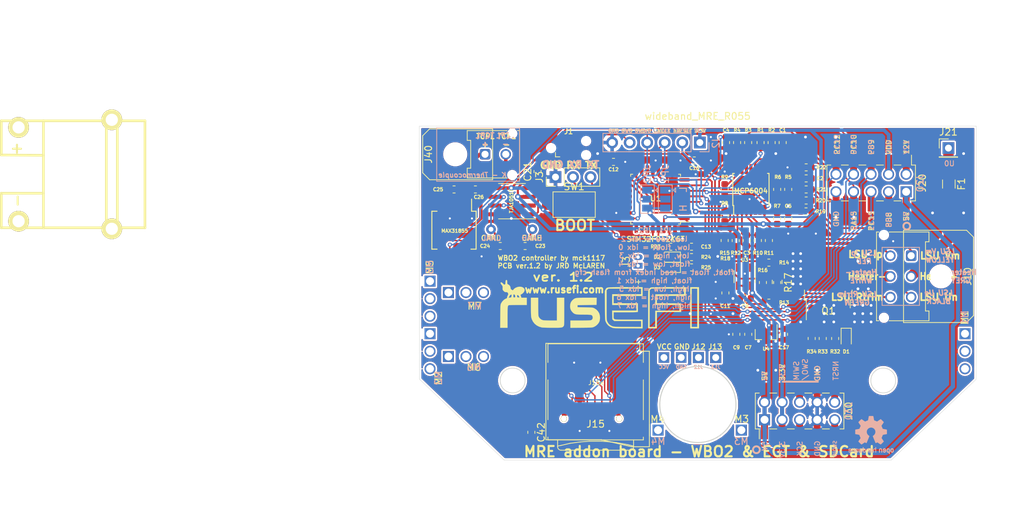
<source format=kicad_pcb>
(kicad_pcb (version 20171130) (host pcbnew 5.1.5+dfsg1-2build2)
  (title_block (title "MRE addon board - WBO2 & EGT & SD Card") (date 2021-11-21) (rev V1.2) (company "by JRD McLAREN"))
  (layers (0 F.Cu signal) (31 B.Cu signal) (34 B.Paste user) (35 F.Paste user) (36 B.SilkS user) (37 F.SilkS user) (38 B.Mask user) (39 F.Mask user) (44 Edge.Cuts user))
  (net 0 "")
  (net 1 GND)
  (net 2 "Net-(C1-Pad1)")
  (net 3 "Net-(C2-Pad2)")
  (net 4 LSU_Un)
  (net 5 "Net-(C3-Pad2)")
  (net 6 "Net-(C3-Pad1)")
  (net 7 LSU_Vm)
  (net 8 +3.3V)
  (net 9 VDDA)
  (net 10 /mcu_adc_mre_wbo2/Ip_sense)
  (net 11 /mcu_adc_mre_wbo2/nRESET)
  (net 12 +5V)
  (net 13 /can_fet_conn_mre_wbo2/CAN_H)
  (net 14 /can_fet_conn_mre_wbo2/CAN_L)
  (net 15 "Net-(D1-Pad2)")
  (net 16 /mcu_adc_mre_wbo2/LED_GREEN)
  (net 17 "Net-(D2-Pad1)")
  (net 18 /mcu_adc_mre_wbo2/LED_BLUE)
  (net 19 "Net-(D3-Pad1)")
  (net 20 /can_fet_conn_mre_wbo2/LSU_Heater+)
  (net 21 /can_fet_conn_mre_wbo2/12V_MREL)
  (net 22 /mcu_adc_mre_wbo2/SWDIO)
  (net 23 /mcu_adc_mre_wbo2/SWCLK)
  (net 24 /mcu_adc_mre_wbo2/SWO)
  (net 25 /mcu_adc_mre_wbo2/UART_TX)
  (net 26 /mcu_adc_mre_wbo2/UART_RX)
  (net 27 LSU_Rtrim)
  (net 28 /can_fet_conn_mre_wbo2/LSU_Heater-)
  (net 29 LSU_Ip)
  (net 30 /can_fet_conn_mre_wbo2/PC12)
  (net 31 /can_fet_conn_mre_wbo2/PC10)
  (net 32 /can_fet_conn_mre_wbo2/PA15)
  (net 33 /can_fet_conn_mre_wbo2/PB9)
  (net 34 /can_fet_conn_mre_wbo2/PC11)
  (net 35 /can_fet_conn_mre_wbo2/PB8)
  (net 36 /can_fet_conn_mre_wbo2/NRST)
  (net 37 /can_fet_conn_mre_wbo2/SWDIO)
  (net 38 /can_fet_conn_mre_wbo2/SWIM)
  (net 39 /can_fet_conn_mre_wbo2/SCK)
  (net 40 /mcu_adc_mre_wbo2/SEL_1)
  (net 41 /mcu_adc_mre_wbo2/SEL_2)
  (net 42 "Net-(Q1-Pad1)")
  (net 43 /mcu_adc_mre_wbo2/Vm)
  (net 44 "Net-(R4-Pad2)")
  (net 45 "Net-(R5-Pad2)")
  (net 46 /mcu_adc_mre_wbo2/LSU_Un_sense)
  (net 47 /mcu_adc_mre_wbo2/Un_sense)
  (net 48 /mcu_adc_mre_wbo2/Ip_dac)
  (net 49 "Net-(R11-Pad2)")
  (net 50 "Net-(R13-Pad1)")
  (net 51 "Net-(R14-Pad1)")
  (net 52 "Net-(R16-Pad1)")
  (net 53 "Net-(R19-Pad1)")
  (net 54 "Net-(R20-Pad1)")
  (net 55 /mcu_adc_mre_wbo2/Nernst_esr_drive)
  (net 56 /mcu_adc_mre_wbo2/Boot0)
  (net 57 heater_pwm)
  (net 58 "Net-(U1-Pad27)")
  (net 59 "Net-(U1-Pad26)")
  (net 60 "Net-(U1-Pad25)")
  (net 61 CAN_TX)
  (net 62 CAN_RX)
  (net 63 "Net-(U1-Pad14)")
  (net 64 "Net-(U1-Pad11)")
  (net 65 "Net-(U1-Pad10)")
  (net 66 "Net-(U1-Pad3)")
  (net 67 "Net-(U1-Pad2)")
  (net 68 "Net-(J15-Pad1)")
  (net 69 "Net-(J15-Pad8)")
  (net 70 /can_fet_conn_mre_wbo2/TCPL-)
  (net 71 /can_fet_conn_mre_wbo2/TCPL+)
  (net 72 "Net-(U6-Pad8)")
  (module Connector_PinHeader_2.54mm:PinHeader_1x01_P2.54mm_Vertical (layer F.Cu) (at 151.6 129)
    (fp_text reference J21 (at 0 -2.33) (layer F.SilkS))
    (fp_text value "Soldering PAD for 12V_MREL")
    (pad 1 thru_hole rect (at 0 0) (size 1.7 1.7) (drill 1) (layers *.Cu *.Mask) (net 21 /can_fet_conn_mre_wbo2/12V_MREL))
  )
  (module Capacitor_SMD:C_0603_1608Metric (layer F.Cu) (at 92.1 132.4 90)
    (fp_text reference C21 (at 0 -1.43 90) (layer F.SilkS))
    (fp_text value 100nF)
    (pad 2 smd roundrect (at 0.7875 0 90) (size 0.875 0.95) (layers F.Cu F.Paste F.Mask) (net 12 +5V))
    (pad 1 smd roundrect (at -0.7875 0 90) (size 0.875 0.95) (layers F.Cu F.Paste F.Mask) (net 1 GND))
  )
  (module Connector_Molex:Molex_Micro-Fit_3.0_43045-0212_2x01_P3.00mm_Vertical (layer F.Cu) (at 84.5 129.9 90)
    (fp_text reference J40x hide)
    (fp_text value Molex_Micro-Fit_3.0_43045-0212_2x01_P3.00mm_Vertical)
    (pad 2 thru_hole circle (at 0 3 90) (size 1.5 1.5) (drill 1) (layers *.Cu *.Mask) (net 70 /can_fet_conn_mre_wbo2/TCPL-))
    (pad 1 thru_hole roundrect (at 0 0 90) (size 1.5 1.5) (drill 1) (layers *.Cu *.Mask) (roundrect_rratio 0.167) (net 71 /can_fet_conn_mre_wbo2/TCPL+))
    (pad "" np_thru_hole circle (at 3 3.94 90) (size 1 1) (drill 1) (layers *.Cu *.Mask))
    (pad "" np_thru_hole circle (at -3 3.94 90) (size 1 1) (drill 1) (layers *.Cu *.Mask))
  )
  (module Package_SO:SO-8_5.3x6.2mm_P1.27mm (layer F.Cu) (at 80 140.9 270)
    (fp_text reference U6 hide)
    (fp_text value MAX31855KASA)
    (pad 8 smd rect (at 3.7 -1.905 270) (size 1.75 0.55) (layers F.Cu F.Paste F.Mask) (net 72 "Net-(U6-Pad8)"))
    (pad 7 smd rect (at 3.7 -0.635 270) (size 1.75 0.55) (layers F.Cu F.Paste F.Mask) (net 34 /can_fet_conn_mre_wbo2/PC11))
    (pad 6 smd rect (at 3.7 0.635 270) (size 1.75 0.55) (layers F.Cu F.Paste F.Mask) (net 32 /can_fet_conn_mre_wbo2/PA15))
    (pad 5 smd rect (at 3.7 1.905 270) (size 1.75 0.55) (layers F.Cu F.Paste F.Mask) (net 31 /can_fet_conn_mre_wbo2/PC10))
    (pad 4 smd rect (at -3.7 1.905 270) (size 1.75 0.55) (layers F.Cu F.Paste F.Mask) (net 8 +3.3V))
    (pad 3 smd rect (at -3.7 0.635 270) (size 1.75 0.55) (layers F.Cu F.Paste F.Mask) (net 71 /can_fet_conn_mre_wbo2/TCPL+))
    (pad 2 smd rect (at -3.7 -0.635 270) (size 1.75 0.55) (layers F.Cu F.Paste F.Mask) (net 70 /can_fet_conn_mre_wbo2/TCPL-))
    (pad 1 smd rect (at -3.7 -1.905 270) (size 1.75 0.55) (layers F.Cu F.Paste F.Mask) (net 1 GND))
  )
  (module rusefi_lib:tcpl_PCC-SMP (layer F.Cu) (at 23.7 132.8)
    (fp_text reference J41 hide)
    (fp_text value CONN_Sparkfun hide)
    (fp_text user + (at -6.985 -3.81) (layer F.SilkS) (effects (font (size 1.524 1.524) (thickness 0.3048))))
    (fp_text user - (at -6.985 3.81 90) (layer F.SilkS) (effects (font (size 1.524 1.524) (thickness 0.3048))))
    (pad 1 thru_hole circle (at -6.74878 6.79958) (size 2.99974 2.99974) (drill 1.77038) (layers *.Cu *.Mask F.SilkS) (net 70 /can_fet_conn_mre_wbo2/TCPL-))
    (pad 2 thru_hole circle (at -6.74878 -6.79958) (size 2.99974 2.99974) (drill 1.77038) (layers *.Cu *.Mask F.SilkS) (net 71 /can_fet_conn_mre_wbo2/TCPL+))
    (pad M thru_hole circle (at 6.74878 7.8994) (size 2.99974 2.99974) (drill 1.77038) (layers *.Cu *.Mask F.SilkS))
    (pad M thru_hole circle (at 6.74878 -7.8994) (size 2.99974 2.99974) (drill 1.77038) (layers *.Cu *.Mask F.SilkS))
  )
  (module Connector_Molex:Molex_Micro-Fit_3.0_43045-0200_2x01_P3.00mm_Horizontal (layer F.Cu) (at 84.5 129.9 90)
    (fp_text reference J40 (at 0 -8.2 90) (layer F.SilkS))
    (fp_text value CONN_Molex)
    (pad 2 thru_hole circle (at 0 3 90) (size 1.5 1.5) (drill 1.02) (layers *.Cu *.Mask) (net 70 /can_fet_conn_mre_wbo2/TCPL-))
    (pad 1 thru_hole roundrect (at 0 0 90) (size 1.5 1.5) (drill 1.02) (layers *.Cu *.Mask) (roundrect_rratio 0.166667) (net 71 /can_fet_conn_mre_wbo2/TCPL+))
    (pad "" np_thru_hole circle (at 0 -4.32 90) (size 3 3) (drill 3) (layers *.Cu *.Mask))
  )
  (module Capacitor_SMD:C_0603_1608Metric (layer F.Cu) (at 83.1 135 180)
    (fp_text reference C26 (at -0.5 -1.1 180) (layer F.SilkS) (effects (font (size 0.5 0.5) (thickness 0.125))))
    (fp_text value 100nF)
    (pad 2 smd roundrect (at 0.7875 0 180) (size 0.875 0.95) (layers F.Cu F.Paste F.Mask) (net 1 GND))
    (pad 1 smd roundrect (at -0.7875 0 180) (size 0.875 0.95) (layers F.Cu F.Paste F.Mask) (net 8 +3.3V))
  )
  (module Capacitor_SMD:C_0603_1608Metric (layer F.Cu) (at 80.0125 135)
    (fp_text reference C25 (at -2.3125 0) (layer F.SilkS) (effects (font (size 0.5 0.5) (thickness 0.125))))
    (fp_text value 10nF)
    (pad 2 smd roundrect (at 0.7875 0) (size 0.875 0.95) (layers F.Cu F.Paste F.Mask) (net 70 /can_fet_conn_mre_wbo2/TCPL-))
    (pad 1 smd roundrect (at -0.7875 0) (size 0.875 0.95) (layers F.Cu F.Paste F.Mask) (net 71 /can_fet_conn_mre_wbo2/TCPL+))
  )
  (module rusefi_lib:wideband_MRE_R055 (layer B.Cu) (at 115.2906 148.7678 180)
    (fp_text reference U0 (at -36.449 17.526 180) (layer B.SilkS) (effects (font (size 0.75 0.75) (thickness 0.13)) (justify mirror)))
    (fp_text value wideband_MRE_R055 (at 0 24.384 180) (layer F.SilkS))
    (fp_text user J13 (at -2.53492 -9.02956 180) (layer F.SilkS) (effects (font (size 0.75 0.75))))
    (fp_text user J13 (at -2.628 -11.969 180) (layer B.SilkS) (effects (font (size 0.5 0.5) (thickness 0.125)) (justify mirror)))
    (fp_text user J12 (at -0.11684 -9.02956 180) (layer F.SilkS) (effects (font (size 0.75 0.75))))
    (fp_text user J12 (at -0.088 -11.969 180) (layer B.SilkS) (effects (font (size 0.5 0.5) (thickness 0.125)) (justify mirror)))
    (fp_text user SWIM (at -14.29258 -12.49926 270) (layer B.SilkS) (effects (font (size 0.75 0.75) (thickness 0.13)) (justify mirror)))
    (fp_text user GND (at -17.34058 -23.80226 270) (layer B.SilkS) (effects (font (size 0.75 0.75) (thickness 0.13)) (justify mirror)))
    (fp_text user 3.3V (at -12.26058 -12.75326 270) (layer B.SilkS) (effects (font (size 0.75 0.75) (thickness 0.13)) (justify mirror)))
    (fp_text user GND (at -17.34058 -12.88026 270) (layer B.SilkS) (effects (font (size 0.75 0.75) (thickness 0.13)) (justify mirror)))
    (fp_text user SCK (at -14.80058 -23.80226 270) (layer B.SilkS) (effects (font (size 0.75 0.75) (thickness 0.13)) (justify mirror)))
    (fp_text user SWO/ (at -15.56258 -12.324 270) (layer B.SilkS) (effects (font (size 0.75 0.75) (thickness 0.13)) (justify mirror)))
    (fp_text user NRST (at -20.00758 -12.49926 270) (layer B.SilkS) (effects (font (size 0.75 0.75) (thickness 0.13)) (justify mirror)))
    (fp_text user 3.3V (at -12.26058 -23.92926 270) (layer B.SilkS) (effects (font (size 0.75 0.75) (thickness 0.13)) (justify mirror)))
    (fp_text user 5V (at -9.72058 -13.26126 270) (layer B.SilkS) (effects (font (size 0.75 0.75) (thickness 0.13)) (justify mirror)))
    (fp_text user SWDIO (at -19.88058 -23.80226 270) (layer B.SilkS) (effects (font (size 0.508 0.508) (thickness 0.1016)) (justify mirror)))
    (fp_text user J30 (at -21.86178 -18.34126 90) (layer F.SilkS))
    (fp_text user 5V (at -9.72058 -23.42126 270) (layer B.SilkS) (effects (font (size 0.75 0.75) (thickness 0.13)) (justify mirror)))
    (fp_text user 3.3V (at -12.26058 -12.75326 270) (layer F.SilkS) (effects (font (size 0.75 0.75) (thickness 0.13))))
    (fp_text user 5V (at -9.72058 -13.26126 270) (layer F.SilkS) (effects (font (size 0.75 0.75) (thickness 0.13))))
    (fp_text user GND (at -17.34058 -12.88026 270) (layer F.SilkS) (effects (font (size 0.75 0.75) (thickness 0.13))))
    (fp_text user J30 (at -21.86178 -18.34126 90) (layer B.SilkS) (effects (justify mirror)))
    (fp_text user PC11 (at -25.146 9.2406 270) (layer B.SilkS) (effects (font (size 0.75 0.75) (thickness 0.13)) (justify mirror)))
    (fp_text user PB8 (at -27.686 9.3676 270) (layer B.SilkS) (effects (font (size 0.75 0.75) (thickness 0.13)) (justify mirror)))
    (fp_text user 12V (at -30.226 19.9086 270) (layer B.SilkS) (effects (font (size 0.75 0.75) (thickness 0.13)) (justify mirror)))
    (fp_text user PA15 (at -22.606 9.2406 270) (layer B.SilkS) (effects (font (size 0.75 0.75) (thickness 0.13)) (justify mirror)))
    (fp_text user PC12 (at -20.193 20.2896 270) (layer B.SilkS) (effects (font (size 0.75 0.75) (thickness 0.13)) (justify mirror)))
    (fp_text user PC10 (at -22.606 20.2896 270) (layer B.SilkS) (effects (font (size 0.75 0.75) (thickness 0.13)) (justify mirror)))
    (fp_text user PB9 (at -25.146 19.9086 270) (layer B.SilkS) (effects (font (size 0.75 0.75) (thickness 0.13)) (justify mirror)))
    (fp_text user VDD (at -27.686 19.9086 270) (layer B.SilkS) (effects (font (size 0.75 0.75) (thickness 0.13)) (justify mirror)))
    (fp_text user + (at 8.5725 0.4141 180) (layer F.SilkS) (effects (font (size 0.75 0.75) (thickness 0.13))))
    (fp_text user GND (at -20.066 9.4946 270) (layer B.SilkS) (effects (font (size 0.75 0.75) (thickness 0.13)) (justify mirror)))
    (fp_text user 5V (at -30.226 9.8756 270) (layer B.SilkS) (effects (font (size 0.75 0.75) (thickness 0.13)) (justify mirror)))
    (fp_text user M3 (at -6.3754 -19.5122 180) (layer F.SilkS))
    (fp_text user M4 (at 5.7912 -19.5376 180) (layer F.SilkS))
    (fp_text user M7 (at 32.2906 -3.1322 180) (layer F.SilkS))
    (fp_text user J3 (at 10.3378 3.2716 90) (layer F.SilkS))
    (fp_text user M1 (at -38.6842 -4.8056 90) (layer F.SilkS))
    (fp_text user M2 (at 37.5412 -13.5686 90) (layer F.SilkS))
    (fp_text user M5 (at 38.7858 2.5096 90) (layer F.SilkS))
    (fp_text user M6 (at 32.4104 -11.9938 180) (layer F.SilkS))
    (fp_text user GND (at -20.066 9.4946 270) (layer F.SilkS) (effects (font (size 0.75 0.75) (thickness 0.13))))
    (fp_text user 5V (at -30.226 9.8756 270) (layer F.SilkS) (effects (font (size 0.75 0.75) (thickness 0.13))))
    (fp_text user PC11 (at -25.146 9.2406 270) (layer F.SilkS) (effects (font (size 0.75 0.75) (thickness 0.13))))
    (fp_text user PB8 (at -27.686 9.3676 270) (layer F.SilkS) (effects (font (size 0.75 0.75) (thickness 0.13))))
    (fp_text user PA15 (at -22.606 9.2406 270) (layer F.SilkS) (effects (font (size 0.75 0.75) (thickness 0.13))))
    (fp_text user PC12 (at -20.193 20.2896 270) (layer F.SilkS) (effects (font (size 0.75 0.75) (thickness 0.13))))
    (fp_text user PC10 (at -22.606 20.2896 270) (layer F.SilkS) (effects (font (size 0.75 0.75) (thickness 0.13))))
    (fp_text user PB9 (at -25.146 19.9086 270) (layer F.SilkS) (effects (font (size 0.75 0.75) (thickness 0.13))))
    (fp_text user VDD (at -27.686 19.9086 270) (layer F.SilkS) (effects (font (size 0.75 0.75) (thickness 0.13))))
    (fp_text user 12V (at -30.226 19.9086 270) (layer F.SilkS) (effects (font (size 0.75 0.75) (thickness 0.13))))
    (fp_text user + (at 8.64108 1.99404 180) (layer B.SilkS) (effects (font (size 0.75 0.75) (thickness 0.13)) (justify mirror)))
    (fp_text user M1 (at -38.6842 -4.8056 90) (layer B.SilkS) (effects (justify mirror)))
    (fp_text user M2 (at 37.5412 -13.5686 90) (layer B.SilkS) (effects (justify mirror)))
    (fp_text user M5 (at 38.7858 2.5096 90) (layer B.SilkS) (effects (justify mirror)))
    (fp_text user M7 (at 32.2906 -3.1322 180) (layer B.SilkS) (effects (justify mirror)))
    (fp_text user M6 (at 32.4104 -11.9938 180) (layer B.SilkS) (effects (justify mirror)))
    (fp_text user M4 (at 5.7286 -22.7386 180) (layer B.SilkS) (effects (justify mirror)))
    (fp_text user M3 (at -6.311 -22.7386 180) (layer B.SilkS) (effects (justify mirror)))
    (fp_text user J20 (at -32.2072 14.7016 90) (layer B.SilkS) (effects (justify mirror)))
    (fp_text user GND (at 2.39 -11.969 180) (layer B.SilkS) (effects (font (size 0.5 0.5) (thickness 0.125)) (justify mirror)))
    (fp_text user VCC (at 4.89 -11.969 180) (layer B.SilkS) (effects (font (size 0.5 0.5) (thickness 0.125)) (justify mirror)))
    (fp_text user VCC (at 4.826 -9.022 180) (layer F.SilkS) (effects (font (size 0.75 0.75))))
    (fp_text user GND (at 2.286 -9.022 180) (layer F.SilkS) (effects (font (size 0.75 0.75))))
    (fp_text user CANH (at 24.003 6.726 180) (layer B.SilkS) (effects (font (size 0.75 0.75)) (justify mirror)))
    (fp_text user CANL (at 29.845 6.726 180) (layer B.SilkS) (effects (font (size 0.75 0.75)) (justify mirror)))
    (fp_text user CANL (at 29.972 6.726 180) (layer F.SilkS) (effects (font (size 0.75 0.75))))
    (fp_text user CANH (at 24.003 6.726 180) (layer F.SilkS) (effects (font (size 0.75 0.75))))
    (pad J13 thru_hole rect (at -2.61 -10.593 270) (size 1.6 1.6) (drill 1) (layers *.Cu *.Mask))
    (pad J12 thru_hole rect (at -0.11 -10.593 270) (size 1.6 1.6) (drill 1) (layers *.Cu *.Mask))
    (pad J204 thru_hole circle (at -12.22248 -17.07126 270) (size 1.6 1.6) (drill 1.15) (layers *.Cu *.Mask) (net 8 +3.3V))
    (pad J206 thru_hole circle (at -14.76248 -17.07126 270) (size 1.6 1.6) (drill 1.15) (layers *.Cu *.Mask) (net 38 /can_fet_conn_mre_wbo2/SWIM))
    (pad J210 thru_hole circle (at -19.84248 -17.07126 270) (size 1.6 1.6) (drill 1.15) (layers *.Cu *.Mask) (net 36 /can_fet_conn_mre_wbo2/NRST))
    (pad J209 thru_hole circle (at -19.84248 -19.61126 270) (size 1.6 1.6) (drill 1.15) (layers *.Cu *.Mask) (net 37 /can_fet_conn_mre_wbo2/SWDIO))
    (pad J205 thru_hole circle (at -14.76248 -19.61126 270) (size 1.6 1.6) (drill 1.15) (layers *.Cu *.Mask) (net 39 /can_fet_conn_mre_wbo2/SCK))
    (pad J207 thru_hole circle (at -17.30248 -19.61126 270) (size 1.6 1.6) (drill 1.15) (layers *.Cu *.Mask) (net 1 GND))
    (pad J203 thru_hole circle (at -12.22248 -19.61126 270) (size 1.6 1.6) (drill 1.15) (layers *.Cu *.Mask) (net 8 +3.3V))
    (pad J208 thru_hole circle (at -17.30248 -17.07126 270) (size 1.6 1.6) (drill 1.15) (layers *.Cu *.Mask) (net 1 GND))
    (pad J202 thru_hole circle (at -9.68248 -17.07126 270) (size 1.6 1.6) (drill 1.15) (layers *.Cu *.Mask) (net 12 +5V))
    (pad J201 thru_hole rect (at -9.68248 -19.61126 270) (size 1.6 1.6) (drill 1.15) (layers *.Cu *.Mask) (net 12 +5V))
    (pad M11 thru_hole rect (at -38.7096 -7.1424 270) (size 1.6 1.6) (drill 1.15) (layers *.Cu *.Mask))
    (pad M12 thru_hole circle (at -38.7096 -9.6824 270) (size 1.6 1.6) (drill 1.15) (layers *.Cu *.Mask))
    (pad M13 thru_hole circle (at -38.7096 -12.2224 270) (size 1.6 1.6) (drill 1.15) (layers *.Cu *.Mask))
    (pad M3 thru_hole rect (at -6.3246 -21.1124 270) (size 1.6 1.6) (drill 1.15) (layers *.Cu *.Mask))
    (pad M4 thru_hole rect (at 5.7404 -21.1124 270) (size 1.6 1.6) (drill 1.15) (layers *.Cu *.Mask))
    (pad M21 thru_hole rect (at 38.7604 -7.1424 270) (size 1.6 1.6) (drill 1.15) (layers *.Cu *.Mask))
    (pad M22 thru_hole circle (at 38.7604 -9.6824 270) (size 1.6 1.6) (drill 1.15) (layers *.Cu *.Mask))
    (pad M23 thru_hole circle (at 38.7604 -12.2224 270) (size 1.6 1.6) (drill 1.15) (layers *.Cu *.Mask))
    (pad M51 thru_hole rect (at 38.7604 0.4776 270) (size 1.6 1.6) (drill 1.15) (layers *.Cu *.Mask))
    (pad M52 thru_hole circle (at 38.7604 -2.0624 270) (size 1.6 1.6) (drill 1.15) (layers *.Cu *.Mask))
    (pad M53 thru_hole circle (at 38.7604 -4.6024 270) (size 1.6 1.6) (drill 1.15) (layers *.Cu *.Mask))
    (pad M61 thru_hole rect (at 36.0934 -10.4444 270) (size 1.6 1.6) (drill 1.15) (layers *.Cu *.Mask))
    (pad M62 thru_hole circle (at 33.5534 -10.4444 270) (size 1.6 1.6) (drill 1.15) (layers *.Cu *.Mask))
    (pad M63 thru_hole circle (at 31.0134 -10.4444 270) (size 1.6 1.6) (drill 1.15) (layers *.Cu *.Mask))
    (pad M71 thru_hole rect (at 36.0934 -1.1734 270) (size 1.6 1.6) (drill 1.15) (layers *.Cu *.Mask))
    (pad M72 thru_hole circle (at 33.5534 -1.1734 270) (size 1.6 1.6) (drill 1.15) (layers *.Cu *.Mask))
    (pad M73 thru_hole circle (at 31.0134 -1.1734 270) (size 1.6 1.6) (drill 1.15) (layers *.Cu *.Mask))
    (pad J801 thru_hole rect (at -30.1879 13.4316 270) (size 1.6 1.6) (drill 1.15) (layers *.Cu *.Mask) (net 12 +5V))
    (pad J803 thru_hole circle (at -27.6479 13.4316 270) (size 1.6 1.6) (drill 1.15) (layers *.Cu *.Mask) (net 35 /can_fet_conn_mre_wbo2/PB8))
    (pad J805 thru_hole circle (at -25.1079 13.4316 270) (size 1.6 1.6) (drill 1.15) (layers *.Cu *.Mask) (net 34 /can_fet_conn_mre_wbo2/PC11))
    (pad J807 thru_hole circle (at -22.5679 13.4316 270) (size 1.6 1.6) (drill 1.15) (layers *.Cu *.Mask) (net 32 /can_fet_conn_mre_wbo2/PA15))
    (pad J809 thru_hole circle (at -20.0279 13.4316 270) (size 1.6 1.6) (drill 1.15) (layers *.Cu *.Mask) (net 1 GND))
    (pad J802 thru_hole circle (at -30.1879 15.9716 270) (size 1.6 1.6) (drill 1.15) (layers *.Cu *.Mask) (net 21 /can_fet_conn_mre_wbo2/12V_MREL))
    (pad J804 thru_hole circle (at -27.6479 15.9716 270) (size 1.6 1.6) (drill 1.15) (layers *.Cu *.Mask) (net 8 +3.3V))
    (pad J806 thru_hole circle (at -25.1079 15.9716 270) (size 1.6 1.6) (drill 1.15) (layers *.Cu *.Mask) (net 33 /can_fet_conn_mre_wbo2/PB9))
    (pad J808 thru_hole circle (at -22.5679 15.9716 270) (size 1.6 1.6) (drill 1.15) (layers *.Cu *.Mask) (net 31 /can_fet_conn_mre_wbo2/PC10))
    (pad J810 thru_hole circle (at -20.0279 15.9716 270) (size 1.6 1.6) (drill 1.15) (layers *.Cu *.Mask) (net 30 /can_fet_conn_mre_wbo2/PC12))
    (pad J31 thru_hole rect (at 8.636 2.7128 270) (size 0.8 1.3) (drill 0.5) (layers *.Cu *.Mask))
    (pad J32 thru_hole oval (at 8.636 3.9574 270) (size 0.8 1.3) (drill 0.5) (layers *.Cu *.Mask))
    (pad J20 thru_hole rect (at 2.39 -10.593 180) (size 1.524 1.524) (drill 1) (layers *.Cu *.Mask))
    (pad J21 thru_hole rect (at 4.89 -10.593 180) (size 1.524 1.524) (drill 1) (layers *.Cu *.Mask))
    (pad J49 thru_hole circle (at 23.93 7.996 180) (size 1.4 1.4) (drill 0.7) (layers *.Cu *.Mask) (net 13 /can_fet_conn_mre_wbo2/CAN_H))
    (pad J50 thru_hole circle (at 29.93 7.996 180) (size 1.4 1.4) (drill 0.7) (layers *.Cu *.Mask) (net 14 /can_fet_conn_mre_wbo2/CAN_L))
  )
  (module rusefi_lib:MICRO-SDCARD-CONNECTOR-3300060P1 (layer F.Cu) (at 100.8 164.8 270)
    (fp_text reference J15x (at -1.778 0.254) (layer F.SilkS) (effects (font (size 0.635 0.635) (thickness 0.1016))))
    (fp_text value MICRO-SDCARD-CONNECTOR-3300060P1 hide)
    (pad "" thru_hole circle (at 3.407 -3.114 270) (size 0.889 0.889) (drill 0.762) (layers *.Cu *.Mask F.SilkS))
    (pad "" thru_hole circle (at 3.407 4.886 270) (size 0.889 0.889) (drill 0.762) (layers *.Cu *.Mask F.SilkS))
    (pad G4 smd rect (at -7.101 -6.895 270) (size 1.524 1.524) (layers F.Cu F.Paste F.Mask) (net 1 GND))
    (pad G3 smd rect (at 2.88 -7.714 270) (size 2.032 1.524) (layers F.Cu F.Paste F.Mask) (net 1 GND))
    (pad G2 smd rect (at 2.88 7.686 270) (size 2.032 1.524) (layers F.Cu F.Paste F.Mask) (net 1 GND))
    (pad G1 smd rect (at -6.893 8.032 270) (size 1.524 1.016) (layers F.Cu F.Paste F.Mask) (net 1 GND))
    (pad 9 smd rect (at -7.493 6.686 270) (size 1.524 0.762) (layers F.Cu F.Paste F.Mask))
    (pad 8 smd rect (at -7.493 5.586 270) (size 1.524 0.762) (layers F.Cu F.Paste F.Mask))
    (pad 7 smd rect (at -7.493 4.486 270) (size 1.524 0.762) (layers F.Cu F.Paste F.Mask) (net 34 /can_fet_conn_mre_wbo2/PC11))
    (pad 6 smd rect (at -7.493 3.386 270) (size 1.524 0.762) (layers F.Cu F.Paste F.Mask) (net 1 GND))
    (pad 5 smd rect (at -7.493 2.286 270) (size 1.524 0.762) (layers F.Cu F.Paste F.Mask) (net 31 /can_fet_conn_mre_wbo2/PC10))
    (pad 4 smd rect (at -7.493 1.186 270) (size 1.524 0.762) (layers F.Cu F.Paste F.Mask) (net 8 +3.3V))
    (pad 3 smd rect (at -7.493 0.086 270) (size 1.524 0.762) (layers F.Cu F.Paste F.Mask) (net 30 /can_fet_conn_mre_wbo2/PC12))
    (pad 2 smd rect (at -7.493 -1.014 270) (size 1.524 0.762) (layers F.Cu F.Paste F.Mask) (net 33 /can_fet_conn_mre_wbo2/PB9))
    (pad 1 smd rect (at -7.493 -2.114 270) (size 1.524 0.762) (layers F.Cu F.Paste F.Mask))
  )
  (module Connector_Card:microSD_HC_Wuerth_693072010801 (layer F.Cu) (at 100.51 165.485 180)
    (fp_text reference J15 (at 0 -3.515) (layer F.SilkS))
    (fp_text value microSD_HC_Wuerth_693072010801)
    (pad 1 smd rect (at -3.2 -1.55 180) (size 0.8 1.5) (layers F.Cu F.Paste F.Mask) (net 68 "Net-(J15-Pad1)"))
    (pad 2 smd rect (at -2.1 -1.55 180) (size 0.8 1.5) (layers F.Cu F.Paste F.Mask) (net 33 /can_fet_conn_mre_wbo2/PB9))
    (pad 3 smd rect (at -1 -1.55 180) (size 0.8 1.5) (layers F.Cu F.Paste F.Mask) (net 30 /can_fet_conn_mre_wbo2/PC12))
    (pad 4 smd rect (at 0.1 -1.55 180) (size 0.8 1.5) (layers F.Cu F.Paste F.Mask) (net 8 +3.3V))
    (pad 5 smd rect (at 1.2 -1.55 180) (size 0.8 1.5) (layers F.Cu F.Paste F.Mask) (net 31 /can_fet_conn_mre_wbo2/PC10))
    (pad 6 smd rect (at 2.3 -1.55 180) (size 0.8 1.5) (layers F.Cu F.Paste F.Mask) (net 1 GND))
    (pad 7 smd rect (at 3.4 -1.55 180) (size 0.8 1.5) (layers F.Cu F.Paste F.Mask) (net 34 /can_fet_conn_mre_wbo2/PC11))
    (pad 8 smd rect (at 4.5 -1.55 180) (size 0.8 1.5) (layers F.Cu F.Paste F.Mask) (net 69 "Net-(J15-Pad8)"))
    (pad 9 smd rect (at 6.875 4.15 180) (size 1.45 2) (layers F.Cu F.Paste F.Mask) (net 1 GND))
    (pad 9 smd rect (at -6.875 4.15 180) (size 1.45 2) (layers F.Cu F.Paste F.Mask) (net 1 GND))
    (pad 9 smd rect (at -6.875 -4.15 180) (size 1.45 2) (layers F.Cu F.Paste F.Mask) (net 1 GND))
    (pad 9 smd rect (at 6.875 -4.15 180) (size 1.45 2) (layers F.Cu F.Paste F.Mask) (net 1 GND))
  )
  (module Capacitor_SMD:C_0603_1608Metric (layer F.Cu) (at 91.2 170.2 270)
    (fp_text reference C42 (at 0 -1.43 90) (layer F.SilkS))
    (fp_text value 100nF)
    (pad 2 smd roundrect (at 0.7875 0 270) (size 0.875 0.95) (layers F.Cu F.Paste F.Mask) (net 8 +3.3V))
    (pad 1 smd roundrect (at -0.7875 0 270) (size 0.875 0.95) (layers F.Cu F.Paste F.Mask) (net 1 GND))
  )
  (module rusefi_lib:mre_logo (layer F.Cu) (at 95.5 155.6)
    (fp_text reference G*** hide)
    (fp_text value LOGO hide)
  )
  (module rusefi_lib:OSHW-Logo2_7.3x6mm_SilkScreen (layer B.Cu) (at 140.4 170.6 180)
    (fp_text reference LOGO1 hide)
    (fp_text value DNP hide)
  )
  (module Connector_PinHeader_2.54mm:PinHeader_1x03_P2.54mm_Vertical (layer F.Cu) (at 94.7 133.2 90)
    (fp_text reference J3 (at 0 -2.33 90) (layer F.SilkS))
    (fp_text value Conn_01x03_Male)
    (pad 3 thru_hole oval (at 0 5.08 90) (size 1.7 1.7) (drill 1) (layers *.Cu *.Mask) (net 25 /mcu_adc_mre_wbo2/UART_TX))
    (pad 2 thru_hole oval (at 0 2.54 90) (size 1.7 1.7) (drill 1) (layers *.Cu *.Mask) (net 26 /mcu_adc_mre_wbo2/UART_RX))
    (pad 1 thru_hole rect (at 0 0 90) (size 1.7 1.7) (drill 1) (layers *.Cu *.Mask) (net 1 GND))
  )
  (module Resistor_SMD:R_0603_1608Metric (layer F.Cu) (at 119.2 138.8 270)
    (fp_text reference R8 (at -1.8 0 180) (layer F.SilkS) (effects (font (size 0.5 0.5) (thickness 0.125))))
    (fp_text value 68k)
    (pad 2 smd roundrect (at 0.7875 0 270) (size 0.875 0.95) (layers F.Cu F.Paste F.Mask) (net 5 "Net-(C3-Pad2)"))
    (pad 1 smd roundrect (at -0.7875 0 270) (size 0.875 0.95) (layers F.Cu F.Paste F.Mask) (net 48 /mcu_adc_mre_wbo2/Ip_dac))
  )
  (module Resistor_SMD:R_0805_2012Metric (layer F.Cu) (at 126.8 148.4 90)
    (fp_text reference R17 hide)
    (fp_text value 61.9)
    (pad 2 smd roundrect (at 0.9375 0 90) (size 0.975 1.4) (layers F.Cu F.Paste F.Mask) (net 29 LSU_Ip))
    (pad 1 smd roundrect (at -0.9375 0 90) (size 0.975 1.4) (layers F.Cu F.Paste F.Mask) (net 27 LSU_Rtrim))
  )
  (module Connector_Molex:Molex_Micro-Fit_3.0_43045-0612_2x03_P3.00mm_Vertical (layer F.Cu) (at 146.2 144.6 270)
    (fp_text reference J10 (at 3 -4 90) (layer F.SilkS))
    (fp_text value Molex_Micro-Fit_3.0_43045-0612_2x03_P3.00mm_Vertical)
    (pad 6 thru_hole circle (at 6 3 270) (size 1.5 1.5) (drill 1) (layers *.Cu *.Mask) (net 27 LSU_Rtrim))
    (pad 5 thru_hole circle (at 3 3 270) (size 1.5 1.5) (drill 1) (layers *.Cu *.Mask) (net 28 /can_fet_conn_mre_wbo2/LSU_Heater-))
    (pad 4 thru_hole circle (at 0 3 270) (size 1.5 1.5) (drill 1) (layers *.Cu *.Mask) (net 29 LSU_Ip))
    (pad 3 thru_hole circle (at 6 0 270) (size 1.5 1.5) (drill 1) (layers *.Cu *.Mask) (net 4 LSU_Un))
    (pad 2 thru_hole circle (at 3 0 270) (size 1.5 1.5) (drill 1) (layers *.Cu *.Mask) (net 20 /can_fet_conn_mre_wbo2/LSU_Heater+))
    (pad 1 thru_hole roundrect (at 0 0 270) (size 1.5 1.5) (drill 1) (layers *.Cu *.Mask) (roundrect_rratio 0.167) (net 7 LSU_Vm))
    (pad "" np_thru_hole circle (at 9 3.94 270) (size 1 1) (drill 1) (layers *.Cu *.Mask))
    (pad "" np_thru_hole circle (at -3 3.94 270) (size 1 1) (drill 1) (layers *.Cu *.Mask))
  )
  (module Connector_Molex:Molex_Micro-Fit_3.0_43045-0600_2x03_P3.00mm_Horizontal (layer F.Cu) (at 146.2 144.6 270)
    (fp_text reference J10 (at 3 -8.2 90) (layer F.SilkS))
    (fp_text value Molex_Micro-Fit_3.0_43045-0601_43045-0612)
    (pad 6 thru_hole circle (at 6 3 270) (size 1.5 1.5) (drill 1.02) (layers *.Cu *.Mask) (net 27 LSU_Rtrim))
    (pad 5 thru_hole circle (at 3 3 270) (size 1.5 1.5) (drill 1.02) (layers *.Cu *.Mask) (net 28 /can_fet_conn_mre_wbo2/LSU_Heater-))
    (pad 4 thru_hole circle (at 0 3 270) (size 1.5 1.5) (drill 1.02) (layers *.Cu *.Mask) (net 29 LSU_Ip))
    (pad 3 thru_hole circle (at 6 0 270) (size 1.5 1.5) (drill 1.02) (layers *.Cu *.Mask) (net 4 LSU_Un))
    (pad 2 thru_hole circle (at 3 0 270) (size 1.5 1.5) (drill 1.02) (layers *.Cu *.Mask) (net 20 /can_fet_conn_mre_wbo2/LSU_Heater+))
    (pad 1 thru_hole roundrect (at 0 0 270) (size 1.5 1.5) (drill 1.02) (layers *.Cu *.Mask) (roundrect_rratio 0.166667) (net 7 LSU_Vm))
    (pad "" np_thru_hole circle (at 3 -4.32 270) (size 3 3) (drill 3) (layers *.Cu *.Mask))
  )
  (module Connector_PinHeader_2.54mm:PinHeader_2x05_P2.54mm_Vertical_SMD (layer F.Cu) (at 130.048 167.1066 90)
    (fp_text reference J30 hide)
    (fp_text value Conn_02x05_Odd_Even-Connector_Generic)
    (pad 10 smd rect (at 2.525 5.08 90) (size 3.15 1) (layers F.Cu F.Paste F.Mask) (net 36 /can_fet_conn_mre_wbo2/NRST))
    (pad 9 smd rect (at -2.525 5.08 90) (size 3.15 1) (layers F.Cu F.Paste F.Mask) (net 37 /can_fet_conn_mre_wbo2/SWDIO))
    (pad 8 smd rect (at 2.525 2.54 90) (size 3.15 1) (layers F.Cu F.Paste F.Mask) (net 1 GND))
    (pad 7 smd rect (at -2.525 2.54 90) (size 3.15 1) (layers F.Cu F.Paste F.Mask) (net 1 GND))
    (pad 6 smd rect (at 2.525 0 90) (size 3.15 1) (layers F.Cu F.Paste F.Mask) (net 38 /can_fet_conn_mre_wbo2/SWIM))
    (pad 5 smd rect (at -2.525 0 90) (size 3.15 1) (layers F.Cu F.Paste F.Mask) (net 39 /can_fet_conn_mre_wbo2/SCK))
    (pad 4 smd rect (at 2.525 -2.54 90) (size 3.15 1) (layers F.Cu F.Paste F.Mask) (net 8 +3.3V))
    (pad 3 smd rect (at -2.525 -2.54 90) (size 3.15 1) (layers F.Cu F.Paste F.Mask) (net 8 +3.3V))
    (pad 2 smd rect (at 2.525 -5.08 90) (size 3.15 1) (layers F.Cu F.Paste F.Mask) (net 12 +5V))
    (pad 1 smd rect (at -2.525 -5.08 90) (size 3.15 1) (layers F.Cu F.Paste F.Mask) (net 12 +5V))
  )
  (module Connector_PinHeader_2.54mm:PinHeader_2x05_P2.54mm_Vertical_SMD (layer F.Cu) (at 140.4112 134.0612 270)
    (fp_text reference J20 (at 0 -7.41 270) (layer F.SilkS))
    (fp_text value Conn_02x05_Odd_Even-Connector_Generic)
    (pad 10 smd rect (at 2.525 5.08 270) (size 3.15 1) (layers F.Cu F.Paste F.Mask) (net 1 GND))
    (pad 9 smd rect (at -2.525 5.08 270) (size 3.15 1) (layers F.Cu F.Paste F.Mask) (net 30 /can_fet_conn_mre_wbo2/PC12))
    (pad 8 smd rect (at 2.525 2.54 270) (size 3.15 1) (layers F.Cu F.Paste F.Mask) (net 32 /can_fet_conn_mre_wbo2/PA15))
    (pad 7 smd rect (at -2.525 2.54 270) (size 3.15 1) (layers F.Cu F.Paste F.Mask) (net 31 /can_fet_conn_mre_wbo2/PC10))
    (pad 6 smd rect (at 2.525 0 270) (size 3.15 1) (layers F.Cu F.Paste F.Mask) (net 34 /can_fet_conn_mre_wbo2/PC11))
    (pad 5 smd rect (at -2.525 0 270) (size 3.15 1) (layers F.Cu F.Paste F.Mask) (net 33 /can_fet_conn_mre_wbo2/PB9))
    (pad 4 smd rect (at 2.525 -2.54 270) (size 3.15 1) (layers F.Cu F.Paste F.Mask) (net 35 /can_fet_conn_mre_wbo2/PB8))
    (pad 3 smd rect (at -2.525 -2.54 270) (size 3.15 1) (layers F.Cu F.Paste F.Mask) (net 8 +3.3V))
    (pad 2 smd rect (at 2.525 -5.08 270) (size 3.15 1) (layers F.Cu F.Paste F.Mask) (net 12 +5V))
    (pad 1 smd rect (at -2.525 -5.08 270) (size 3.15 1) (layers F.Cu F.Paste F.Mask) (net 21 /can_fet_conn_mre_wbo2/12V_MREL))
  )
  (module Package_SO:SOIC-8_3.9x4.9mm_P1.27mm (layer F.Cu) (at 88.4 136.7 180)
    (fp_text reference U5 hide)
    (fp_text value TJA1051T-3)
    (pad 8 smd roundrect (at 2.475 -1.905 180) (size 1.95 0.6) (layers F.Cu F.Paste F.Mask) (net 1 GND))
    (pad 7 smd roundrect (at 2.475 -0.635 180) (size 1.95 0.6) (layers F.Cu F.Paste F.Mask) (net 13 /can_fet_conn_mre_wbo2/CAN_H))
    (pad 6 smd roundrect (at 2.475 0.635 180) (size 1.95 0.6) (layers F.Cu F.Paste F.Mask) (net 14 /can_fet_conn_mre_wbo2/CAN_L))
    (pad 5 smd roundrect (at 2.475 1.905 180) (size 1.95 0.6) (layers F.Cu F.Paste F.Mask) (net 8 +3.3V))
    (pad 4 smd roundrect (at -2.475 1.905 180) (size 1.95 0.6) (layers F.Cu F.Paste F.Mask) (net 62 CAN_RX))
    (pad 3 smd roundrect (at -2.475 0.635 180) (size 1.95 0.6) (layers F.Cu F.Paste F.Mask) (net 12 +5V))
    (pad 2 smd roundrect (at -2.475 -0.635 180) (size 1.95 0.6) (layers F.Cu F.Paste F.Mask) (net 1 GND))
    (pad 1 smd roundrect (at -2.475 -1.905 180) (size 1.95 0.6) (layers F.Cu F.Paste F.Mask) (net 61 CAN_TX))
  )
  (module Package_TO_SOT_SMD:SOT-23 (layer F.Cu) (at 125.2 156 270)
    (fp_text reference U4 (at 2.1 0 180) (layer F.SilkS) (effects (font (size 0.5 0.5) (thickness 0.125))))
    (fp_text value REF3033)
    (pad 3 smd rect (at 1 0 270) (size 0.9 0.8) (layers F.Cu F.Paste F.Mask) (net 1 GND))
    (pad 2 smd rect (at -1 0.95 270) (size 0.9 0.8) (layers F.Cu F.Paste F.Mask) (net 9 VDDA))
    (pad 1 smd rect (at -1 -0.95 270) (size 0.9 0.8) (layers F.Cu F.Paste F.Mask) (net 12 +5V))
  )
  (module Package_TO_SOT_SMD:TSOT-23-5 (layer F.Cu) (at 122.1154 147.638 270)
    (fp_text reference U3 (at -2.438 0.0154) (layer F.SilkS) (effects (font (size 0.5 0.5) (thickness 0.125))))
    (fp_text value AD8628)
    (pad 5 smd rect (at 1.31 -0.95 270) (size 1.22 0.65) (layers F.Cu F.Paste F.Mask) (net 8 +3.3V))
    (pad 4 smd rect (at 1.31 0.95 270) (size 1.22 0.65) (layers F.Cu F.Paste F.Mask) (net 50 "Net-(R13-Pad1)"))
    (pad 3 smd rect (at -1.31 0.95 270) (size 1.22 0.65) (layers F.Cu F.Paste F.Mask) (net 51 "Net-(R14-Pad1)"))
    (pad 2 smd rect (at -1.31 0 270) (size 1.22 0.65) (layers F.Cu F.Paste F.Mask) (net 1 GND))
    (pad 1 smd rect (at -1.31 -0.95 270) (size 1.22 0.65) (layers F.Cu F.Paste F.Mask) (net 52 "Net-(R16-Pad1)"))
  )
  (module Package_SO:TSSOP-14_4.4x5mm_P0.65mm (layer F.Cu) (at 123 135 90)
    (fp_text reference U2 hide)
    (fp_text value MCP6004)
    (pad 14 smd rect (at 2.95 -1.95 90) (size 1.45 0.45) (layers F.Cu F.Paste F.Mask) (net 43 /mcu_adc_mre_wbo2/Vm))
    (pad 13 smd rect (at 2.95 -1.3 90) (size 1.45 0.45) (layers F.Cu F.Paste F.Mask) (net 43 /mcu_adc_mre_wbo2/Vm))
    (pad 12 smd rect (at 2.95 -0.65 90) (size 1.45 0.45) (layers F.Cu F.Paste F.Mask) (net 2 "Net-(C1-Pad1)"))
    (pad 11 smd rect (at 2.95 0 90) (size 1.45 0.45) (layers F.Cu F.Paste F.Mask) (net 1 GND))
    (pad 10 smd rect (at 2.95 0.65 90) (size 1.45 0.45) (layers F.Cu F.Paste F.Mask) (net 4 LSU_Un))
    (pad 9 smd rect (at 2.95 1.3 90) (size 1.45 0.45) (layers F.Cu F.Paste F.Mask) (net 46 /mcu_adc_mre_wbo2/LSU_Un_sense))
    (pad 8 smd rect (at 2.95 1.95 90) (size 1.45 0.45) (layers F.Cu F.Paste F.Mask) (net 46 /mcu_adc_mre_wbo2/LSU_Un_sense))
    (pad 7 smd rect (at -2.95 1.95 90) (size 1.45 0.45) (layers F.Cu F.Paste F.Mask) (net 47 /mcu_adc_mre_wbo2/Un_sense))
    (pad 6 smd rect (at -2.95 1.3 90) (size 1.45 0.45) (layers F.Cu F.Paste F.Mask) (net 44 "Net-(R4-Pad2)"))
    (pad 5 smd rect (at -2.95 0.65 90) (size 1.45 0.45) (layers F.Cu F.Paste F.Mask) (net 45 "Net-(R5-Pad2)"))
    (pad 4 smd rect (at -2.95 0 90) (size 1.45 0.45) (layers F.Cu F.Paste F.Mask) (net 8 +3.3V))
    (pad 3 smd rect (at -2.95 -0.65 90) (size 1.45 0.45) (layers F.Cu F.Paste F.Mask) (net 49 "Net-(R11-Pad2)"))
    (pad 2 smd rect (at -2.95 -1.3 90) (size 1.45 0.45) (layers F.Cu F.Paste F.Mask) (net 5 "Net-(C3-Pad2)"))
    (pad 1 smd rect (at -2.95 -1.95 90) (size 1.45 0.45) (layers F.Cu F.Paste F.Mask) (net 6 "Net-(C3-Pad1)"))
  )
  (module Package_QFP:LQFP-32_7x7mm_P0.8mm (layer F.Cu) (at 109.2 136.4 180)
    (fp_text reference U1 (at 0 0.1 180) (layer F.SilkS) (effects (font (size 0.8 0.8))))
    (fp_text value STM32F042K6Tx)
    (pad 32 smd roundrect (at -2.8 -4.175 180) (size 0.5 1.5) (layers F.Cu F.Paste F.Mask) (net 1 GND))
    (pad 31 smd roundrect (at -2 -4.175 180) (size 0.5 1.5) (layers F.Cu F.Paste F.Mask) (net 56 /mcu_adc_mre_wbo2/Boot0))
    (pad 30 smd roundrect (at -1.2 -4.175 180) (size 0.5 1.5) (layers F.Cu F.Paste F.Mask) (net 55 /mcu_adc_mre_wbo2/Nernst_esr_drive))
    (pad 29 smd roundrect (at -0.4 -4.175 180) (size 0.5 1.5) (layers F.Cu F.Paste F.Mask) (net 16 /mcu_adc_mre_wbo2/LED_GREEN))
    (pad 28 smd roundrect (at 0.4 -4.175 180) (size 0.5 1.5) (layers F.Cu F.Paste F.Mask) (net 18 /mcu_adc_mre_wbo2/LED_BLUE))
    (pad 27 smd roundrect (at 1.2 -4.175 180) (size 0.5 1.5) (layers F.Cu F.Paste F.Mask) (net 58 "Net-(U1-Pad27)"))
    (pad 26 smd roundrect (at 2 -4.175 180) (size 0.5 1.5) (layers F.Cu F.Paste F.Mask) (net 59 "Net-(U1-Pad26)"))
    (pad 25 smd roundrect (at 2.8 -4.175 180) (size 0.5 1.5) (layers F.Cu F.Paste F.Mask) (net 60 "Net-(U1-Pad25)"))
    (pad 24 smd roundrect (at 4.175 -2.8 180) (size 1.5 0.5) (layers F.Cu F.Paste F.Mask) (net 23 /mcu_adc_mre_wbo2/SWCLK))
    (pad 23 smd roundrect (at 4.175 -2 180) (size 1.5 0.5) (layers F.Cu F.Paste F.Mask) (net 22 /mcu_adc_mre_wbo2/SWDIO))
    (pad 22 smd roundrect (at 4.175 -1.2 180) (size 1.5 0.5) (layers F.Cu F.Paste F.Mask) (net 61 CAN_TX))
    (pad 21 smd roundrect (at 4.175 -0.4 180) (size 1.5 0.5) (layers F.Cu F.Paste F.Mask) (net 62 CAN_RX))
    (pad 20 smd roundrect (at 4.175 0.4 180) (size 1.5 0.5) (layers F.Cu F.Paste F.Mask) (net 26 /mcu_adc_mre_wbo2/UART_RX))
    (pad 19 smd roundrect (at 4.175 1.2 180) (size 1.5 0.5) (layers F.Cu F.Paste F.Mask) (net 25 /mcu_adc_mre_wbo2/UART_TX))
    (pad 18 smd roundrect (at 4.175 2 180) (size 1.5 0.5) (layers F.Cu F.Paste F.Mask) (net 41 /mcu_adc_mre_wbo2/SEL_2))
    (pad 17 smd roundrect (at 4.175 2.8 180) (size 1.5 0.5) (layers F.Cu F.Paste F.Mask) (net 8 +3.3V))
    (pad 16 smd roundrect (at 2.8 4.175 180) (size 0.5 1.5) (layers F.Cu F.Paste F.Mask) (net 1 GND))
    (pad 15 smd roundrect (at 2 4.175 180) (size 0.5 1.5) (layers F.Cu F.Paste F.Mask) (net 40 /mcu_adc_mre_wbo2/SEL_1))
    (pad 14 smd roundrect (at 1.2 4.175 180) (size 0.5 1.5) (layers F.Cu F.Paste F.Mask) (net 63 "Net-(U1-Pad14)"))
    (pad 13 smd roundrect (at 0.4 4.175 180) (size 0.5 1.5) (layers F.Cu F.Paste F.Mask) (net 57 heater_pwm))
    (pad 12 smd roundrect (at -0.4 4.175 180) (size 0.5 1.5) (layers F.Cu F.Paste F.Mask) (net 48 /mcu_adc_mre_wbo2/Ip_dac))
    (pad 11 smd roundrect (at -1.2 4.175 180) (size 0.5 1.5) (layers F.Cu F.Paste F.Mask) (net 64 "Net-(U1-Pad11)"))
    (pad 10 smd roundrect (at -2 4.175 180) (size 0.5 1.5) (layers F.Cu F.Paste F.Mask) (net 65 "Net-(U1-Pad10)"))
    (pad 9 smd roundrect (at -2.8 4.175 180) (size 0.5 1.5) (layers F.Cu F.Paste F.Mask) (net 43 /mcu_adc_mre_wbo2/Vm))
    (pad 8 smd roundrect (at -4.175 2.8 180) (size 1.5 0.5) (layers F.Cu F.Paste F.Mask) (net 10 /mcu_adc_mre_wbo2/Ip_sense))
    (pad 7 smd roundrect (at -4.175 2 180) (size 1.5 0.5) (layers F.Cu F.Paste F.Mask) (net 7 LSU_Vm))
    (pad 6 smd roundrect (at -4.175 1.2 180) (size 1.5 0.5) (layers F.Cu F.Paste F.Mask) (net 47 /mcu_adc_mre_wbo2/Un_sense))
    (pad 5 smd roundrect (at -4.175 0.4 180) (size 1.5 0.5) (layers F.Cu F.Paste F.Mask) (net 9 VDDA))
    (pad 4 smd roundrect (at -4.175 -0.4 180) (size 1.5 0.5) (layers F.Cu F.Paste F.Mask) (net 11 /mcu_adc_mre_wbo2/nRESET))
    (pad 3 smd roundrect (at -4.175 -1.2 180) (size 1.5 0.5) (layers F.Cu F.Paste F.Mask) (net 66 "Net-(U1-Pad3)"))
    (pad 2 smd roundrect (at -4.175 -2 180) (size 1.5 0.5) (layers F.Cu F.Paste F.Mask) (net 67 "Net-(U1-Pad2)"))
    (pad 1 smd roundrect (at -4.175 -2.8 180) (size 1.5 0.5) (layers F.Cu F.Paste F.Mask) (net 8 +3.3V))
  )
  (module rusefi_lib:SW_SPST_CK_RS282G05A3 (layer F.Cu) (at 97.4 137.2)
    (fp_text reference SW1 (at 0 -2.6) (layer F.SilkS))
    (fp_text value SW_Push)
    (pad 2 smd rect (at 3.9 0) (size 1.5 1.5) (layers F.Cu F.Paste F.Mask) (net 56 /mcu_adc_mre_wbo2/Boot0))
    (pad 1 smd rect (at -3.9 0) (size 1.5 1.5) (layers F.Cu F.Paste F.Mask) (net 8 +3.3V))
  )
  (module Resistor_SMD:R_0603_1608Metric (layer F.Cu) (at 131.8 156.6 270)
    (fp_text reference R34 (at 1.9 0) (layer F.SilkS) (effects (font (size 0.5 0.5) (thickness 0.125))))
    (fp_text value 1k)
    (pad 2 smd roundrect (at 0.7875 0 270) (size 0.875 0.95) (layers F.Cu F.Paste F.Mask) (net 57 heater_pwm))
    (pad 1 smd roundrect (at -0.7875 0 270) (size 0.875 0.95) (layers F.Cu F.Paste F.Mask) (net 42 "Net-(Q1-Pad1)"))
  )
  (module Resistor_SMD:R_0603_1608Metric (layer F.Cu) (at 133.4 156.6 270)
    (fp_text reference R33 (at 1.9 0 180) (layer F.SilkS) (effects (font (size 0.5 0.5) (thickness 0.125))))
    (fp_text value 1k)
    (pad 2 smd roundrect (at 0.7875 0 270) (size 0.875 0.95) (layers F.Cu F.Paste F.Mask) (net 57 heater_pwm))
    (pad 1 smd roundrect (at -0.7875 0 270) (size 0.875 0.95) (layers F.Cu F.Paste F.Mask) (net 1 GND))
  )
  (module Resistor_SMD:R_0603_1608Metric (layer F.Cu) (at 135.2 156.6 270)
    (fp_text reference R32 (at 1.9 0 180) (layer F.SilkS) (effects (font (size 0.5 0.5) (thickness 0.125))))
    (fp_text value 1k)
    (pad 2 smd roundrect (at 0.7875 0 270) (size 0.875 0.95) (layers F.Cu F.Paste F.Mask) (net 57 heater_pwm))
    (pad 1 smd roundrect (at -0.7875 0 270) (size 0.875 0.95) (layers F.Cu F.Paste F.Mask) (net 15 "Net-(D1-Pad2)"))
  )
  (module Resistor_SMD:R_0603_1608Metric (layer F.Cu) (at 114.4 146.3 180)
    (fp_text reference R25 (at -2.1 0 180) (layer F.SilkS) (effects (font (size 0.5 0.5) (thickness 0.125))))
    (fp_text value 1k)
    (pad 2 smd roundrect (at 0.7875 0 180) (size 0.875 0.95) (layers F.Cu F.Paste F.Mask) (net 19 "Net-(D3-Pad1)"))
    (pad 1 smd roundrect (at -0.7875 0 180) (size 0.875 0.95) (layers F.Cu F.Paste F.Mask) (net 1 GND))
  )
  (module Resistor_SMD:R_0603_1608Metric (layer F.Cu) (at 114.4 144.8 180)
    (fp_text reference R24 (at -2.1 0 180) (layer F.SilkS) (effects (font (size 0.5 0.5) (thickness 0.125))))
    (fp_text value 1k)
    (pad 2 smd roundrect (at 0.7875 0 180) (size 0.875 0.95) (layers F.Cu F.Paste F.Mask) (net 17 "Net-(D2-Pad1)"))
    (pad 1 smd roundrect (at -0.7875 0 180) (size 0.875 0.95) (layers F.Cu F.Paste F.Mask) (net 1 GND))
  )
  (module Resistor_SMD:R_0603_1608Metric (layer F.Cu) (at 111.4 143.3 180)
    (fp_text reference R23 (at 2.2 0) (layer F.SilkS) (effects (font (size 0.5 0.5) (thickness 0.125))))
    (fp_text value 10k)
    (pad 2 smd roundrect (at 0.7875 0 180) (size 0.875 0.95) (layers F.Cu F.Paste F.Mask) (net 56 /mcu_adc_mre_wbo2/Boot0))
    (pad 1 smd roundrect (at -0.7875 0 180) (size 0.875 0.95) (layers F.Cu F.Paste F.Mask) (net 1 GND))
  )
  (module Resistor_SMD:R_0603_1608Metric (layer F.Cu) (at 131 131.8)
    (fp_text reference R22 (at 2.2 0) (layer F.SilkS) (effects (font (size 0.5 0.5) (thickness 0.125))))
    (fp_text value 22k)
    (pad 2 smd roundrect (at 0.7875 0) (size 0.875 0.95) (layers F.Cu F.Paste F.Mask) (net 55 /mcu_adc_mre_wbo2/Nernst_esr_drive))
    (pad 1 smd roundrect (at -0.7875 0) (size 0.875 0.95) (layers F.Cu F.Paste F.Mask) (net 3 "Net-(C2-Pad2)"))
  )
  (module Resistor_SMD:R_0603_1608Metric (layer F.Cu) (at 131 135 180)
    (fp_text reference R21 (at -2.2 0) (layer F.SilkS) (effects (font (size 0.5 0.5) (thickness 0.125))))
    (fp_text value 20k)
    (pad 2 smd roundrect (at 0.7875 0 180) (size 0.875 0.95) (layers F.Cu F.Paste F.Mask) (net 54 "Net-(R20-Pad1)"))
    (pad 1 smd roundrect (at -0.7875 0 180) (size 0.875 0.95) (layers F.Cu F.Paste F.Mask) (net 4 LSU_Un))
  )
  (module Resistor_SMD:R_0603_1608Metric (layer F.Cu) (at 131 136.6 180)
    (fp_text reference R20 (at -2.1 0) (layer F.SilkS) (effects (font (size 0.5 0.5) (thickness 0.125))))
    (fp_text value 20k)
    (pad 2 smd roundrect (at 0.7875 0 180) (size 0.875 0.95) (layers F.Cu F.Paste F.Mask) (net 53 "Net-(R19-Pad1)"))
    (pad 1 smd roundrect (at -0.7875 0 180) (size 0.875 0.95) (layers F.Cu F.Paste F.Mask) (net 54 "Net-(R20-Pad1)"))
  )
  (module Resistor_SMD:R_0603_1608Metric (layer F.Cu) (at 130.9784 138.1834)
    (fp_text reference R19 (at 2.1216 0.0166) (layer F.SilkS) (effects (font (size 0.5 0.5) (thickness 0.125))))
    (fp_text value 20k)
    (pad 2 smd roundrect (at 0.7875 0) (size 0.875 0.95) (layers F.Cu F.Paste F.Mask) (net 8 +3.3V))
    (pad 1 smd roundrect (at -0.7875 0) (size 0.875 0.95) (layers F.Cu F.Paste F.Mask) (net 53 "Net-(R19-Pad1)"))
  )
  (module Resistor_SMD:R_0603_1608Metric (layer F.Cu) (at 119.3 146.8 270)
    (fp_text reference R18 (at -1.8 0 180) (layer F.SilkS) (effects (font (size 0.5 0.5) (thickness 0.125))))
    (fp_text value 3.3k)
    (pad 2 smd roundrect (at 0.7875 0 270) (size 0.875 0.95) (layers F.Cu F.Paste F.Mask) (net 10 /mcu_adc_mre_wbo2/Ip_sense))
    (pad 1 smd roundrect (at -0.7875 0 270) (size 0.875 0.95) (layers F.Cu F.Paste F.Mask) (net 52 "Net-(R16-Pad1)"))
  )
  (module Resistor_SMD:R_0603_1608Metric (layer F.Cu) (at 126.8 148.4856 90)
    (fp_text reference R17 (at -0.0144 1.6 90) (layer F.SilkS))
    (fp_text value 61.9)
    (pad 2 smd roundrect (at 0.7875 0 90) (size 0.875 0.95) (layers F.Cu F.Paste F.Mask) (net 29 LSU_Ip))
    (pad 1 smd roundrect (at -0.7875 0 90) (size 0.875 0.95) (layers F.Cu F.Paste F.Mask) (net 27 LSU_Rtrim))
  )
  (module Resistor_SMD:R_0603_1608Metric (layer F.Cu) (at 124.7316 148.4856 270)
    (fp_text reference R16 (at -1.7856 0.0316) (layer F.SilkS) (effects (font (size 0.5 0.5) (thickness 0.125))))
    (fp_text value 100k)
    (pad 2 smd roundrect (at 0.7875 0 270) (size 0.875 0.95) (layers F.Cu F.Paste F.Mask) (net 50 "Net-(R13-Pad1)"))
    (pad 1 smd roundrect (at -0.7875 0 270) (size 0.875 0.95) (layers F.Cu F.Paste F.Mask) (net 52 "Net-(R16-Pad1)"))
  )
  (module Resistor_SMD:R_0603_1608Metric (layer F.Cu) (at 119.2 142.4 90)
    (fp_text reference R15 (at -1.8 0 180) (layer F.SilkS) (effects (font (size 0.5 0.5) (thickness 0.125))))
    (fp_text value 100k)
    (pad 2 smd roundrect (at 0.7875 0 90) (size 0.875 0.95) (layers F.Cu F.Paste F.Mask) (net 43 /mcu_adc_mre_wbo2/Vm))
    (pad 1 smd roundrect (at -0.7875 0 90) (size 0.875 0.95) (layers F.Cu F.Paste F.Mask) (net 51 "Net-(R14-Pad1)"))
  )
  (module Resistor_SMD:R_0603_1608Metric (layer F.Cu) (at 125.6 145.6)
    (fp_text reference R14 (at 2.2 0) (layer F.SilkS) (effects (font (size 0.5 0.5) (thickness 0.125))))
    (fp_text value 10k)
    (pad 2 smd roundrect (at 0.7875 0) (size 0.875 0.95) (layers F.Cu F.Paste F.Mask) (net 29 LSU_Ip))
    (pad 1 smd roundrect (at -0.7875 0) (size 0.875 0.95) (layers F.Cu F.Paste F.Mask) (net 51 "Net-(R14-Pad1)"))
  )
  (module Resistor_SMD:R_0603_1608Metric (layer F.Cu) (at 125.6 151.4)
    (fp_text reference R13 (at 2.2 0) (layer F.SilkS) (effects (font (size 0.5 0.5) (thickness 0.125))))
    (fp_text value 10k)
    (pad 2 smd roundrect (at 0.7875 0) (size 0.875 0.95) (layers F.Cu F.Paste F.Mask) (net 27 LSU_Rtrim))
    (pad 1 smd roundrect (at -0.7875 0) (size 0.875 0.95) (layers F.Cu F.Paste F.Mask) (net 50 "Net-(R13-Pad1)"))
  )
  (module Resistor_SMD:R_0603_1608Metric (layer F.Cu) (at 120.8 142.4125 90)
    (fp_text reference R12 (at -1.7875 0 180) (layer F.SilkS) (effects (font (size 0.5 0.5) (thickness 0.125))))
    (fp_text value 47)
    (pad 2 smd roundrect (at 0.7875 0 90) (size 0.875 0.95) (layers F.Cu F.Paste F.Mask) (net 6 "Net-(C3-Pad1)"))
    (pad 1 smd roundrect (at -0.7875 0 90) (size 0.875 0.95) (layers F.Cu F.Paste F.Mask) (net 27 LSU_Rtrim))
  )
  (module Resistor_SMD:R_0603_1608Metric (layer F.Cu) (at 125.6 142.4 90)
    (fp_text reference R11 (at -1.8 0 180) (layer F.SilkS) (effects (font (size 0.5 0.5) (thickness 0.125))))
    (fp_text value 10k)
    (pad 2 smd roundrect (at 0.7875 0 90) (size 0.875 0.95) (layers F.Cu F.Paste F.Mask) (net 49 "Net-(R11-Pad2)"))
    (pad 1 smd roundrect (at -0.7875 0 90) (size 0.875 0.95) (layers F.Cu F.Paste F.Mask) (net 27 LSU_Rtrim))
  )
  (module Resistor_SMD:R_0603_1608Metric (layer F.Cu) (at 124 142.4 90)
    (fp_text reference R10 (at -1.8 0 180) (layer F.SilkS) (effects (font (size 0.5 0.5) (thickness 0.125))))
    (fp_text value 10k)
    (pad 2 smd roundrect (at 0.7875 0 90) (size 0.875 0.95) (layers F.Cu F.Paste F.Mask) (net 5 "Net-(C3-Pad2)"))
    (pad 1 smd roundrect (at -0.7875 0 90) (size 0.875 0.95) (layers F.Cu F.Paste F.Mask) (net 6 "Net-(C3-Pad1)"))
  )
  (module Resistor_SMD:R_0603_1608Metric (layer F.Cu) (at 119.2 135.0125 90)
    (fp_text reference R9 (at 1.8125 0 180) (layer F.SilkS) (effects (font (size 0.5 0.5) (thickness 0.125))))
    (fp_text value 68k)
    (pad 2 smd roundrect (at 0.7875 0 90) (size 0.875 0.95) (layers F.Cu F.Paste F.Mask) (net 43 /mcu_adc_mre_wbo2/Vm))
    (pad 1 smd roundrect (at -0.7875 0 90) (size 0.875 0.95) (layers F.Cu F.Paste F.Mask) (net 49 "Net-(R11-Pad2)"))
  )
  (module Resistor_SMD:R_0603_1608Metric (layer F.Cu) (at 126.8 139.2 270)
    (fp_text reference R7 (at -1.8 0 180) (layer F.SilkS) (effects (font (size 0.5 0.5) (thickness 0.125))))
    (fp_text value 27k)
    (pad 2 smd roundrect (at 0.7875 0 270) (size 0.875 0.95) (layers F.Cu F.Paste F.Mask) (net 47 /mcu_adc_mre_wbo2/Un_sense))
    (pad 1 smd roundrect (at -0.7875 0 270) (size 0.875 0.95) (layers F.Cu F.Paste F.Mask) (net 44 "Net-(R4-Pad2)"))
  )
  (module Resistor_SMD:R_0603_1608Metric (layer F.Cu) (at 126.8 134.9875 90)
    (fp_text reference R6 (at 1.7875 0.1 180) (layer F.SilkS) (effects (font (size 0.5 0.5) (thickness 0.125))))
    (fp_text value 27k)
    (pad 2 smd roundrect (at 0.7875 0 90) (size 0.875 0.95) (layers F.Cu F.Paste F.Mask) (net 1 GND))
    (pad 1 smd roundrect (at -0.7875 0 90) (size 0.875 0.95) (layers F.Cu F.Paste F.Mask) (net 45 "Net-(R5-Pad2)"))
  )
  (module Resistor_SMD:R_0603_1608Metric (layer F.Cu) (at 128.4 134.9875 270)
    (fp_text reference R5 (at -1.7875 0 180) (layer F.SilkS) (effects (font (size 0.5 0.5) (thickness 0.125))))
    (fp_text value 10k)
    (pad 2 smd roundrect (at 0.7875 0 270) (size 0.875 0.95) (layers F.Cu F.Paste F.Mask) (net 45 "Net-(R5-Pad2)"))
    (pad 1 smd roundrect (at -0.7875 0 270) (size 0.875 0.95) (layers F.Cu F.Paste F.Mask) (net 46 /mcu_adc_mre_wbo2/LSU_Un_sense))
  )
  (module Resistor_SMD:R_0603_1608Metric (layer F.Cu) (at 121 128.2 270)
    (fp_text reference R4 (at -1.8 0 180) (layer F.SilkS) (effects (font (size 0.5 0.5) (thickness 0.125))))
    (fp_text value 10k)
    (pad 2 smd roundrect (at 0.7875 0 270) (size 0.875 0.95) (layers F.Cu F.Paste F.Mask) (net 44 "Net-(R4-Pad2)"))
    (pad 1 smd roundrect (at -0.7875 0 270) (size 0.875 0.95) (layers F.Cu F.Paste F.Mask) (net 7 LSU_Vm))
  )
  (module Resistor_SMD:R_0603_1608Metric (layer F.Cu) (at 122.6 128.2 270)
    (fp_text reference R3 (at -1.8 0 180) (layer F.SilkS) (effects (font (size 0.5 0.5) (thickness 0.125))))
    (fp_text value 10)
    (pad 2 smd roundrect (at 0.7875 0 270) (size 0.875 0.95) (layers F.Cu F.Paste F.Mask) (net 43 /mcu_adc_mre_wbo2/Vm))
    (pad 1 smd roundrect (at -0.7875 0 270) (size 0.875 0.95) (layers F.Cu F.Paste F.Mask) (net 7 LSU_Vm))
  )
  (module Resistor_SMD:R_0603_1608Metric (layer F.Cu) (at 126 128.2 270)
    (fp_text reference R2 (at -1.8 0 180) (layer F.SilkS) (effects (font (size 0.5 0.5) (thickness 0.125))))
    (fp_text value 1k)
    (pad 2 smd roundrect (at 0.7875 0 270) (size 0.875 0.95) (layers F.Cu F.Paste F.Mask) (net 1 GND))
    (pad 1 smd roundrect (at -0.7875 0 270) (size 0.875 0.95) (layers F.Cu F.Paste F.Mask) (net 2 "Net-(C1-Pad1)"))
  )
  (module Resistor_SMD:R_0603_1608Metric (layer F.Cu) (at 124.4 128.2 90)
    (fp_text reference R1 (at 1.8 0 180) (layer F.SilkS) (effects (font (size 0.5 0.5) (thickness 0.125))))
    (fp_text value 1k)
    (pad 2 smd roundrect (at 0.7875 0 90) (size 0.875 0.95) (layers F.Cu F.Paste F.Mask) (net 2 "Net-(C1-Pad1)"))
    (pad 1 smd roundrect (at -0.7875 0 90) (size 0.875 0.95) (layers F.Cu F.Paste F.Mask) (net 9 VDDA))
  )
  (module Package_TO_SOT_SMD:TO-252-2 (layer F.Cu) (at 134.2 148.6 90)
    (fp_text reference Q1 (at -4 0) (layer F.SilkS))
    (fp_text value BTS3028)
    (pad 2 smd rect (at 2.1 0 90) (size 6.4 5.8) (layers F.Cu F.Mask) (net 28 /can_fet_conn_mre_wbo2/LSU_Heater-))
    (pad 3 smd rect (at -4.2 2.28 90) (size 2.2 1.2) (layers F.Cu F.Paste F.Mask) (net 1 GND))
    (pad 1 smd rect (at -4.2 -2.28 90) (size 2.2 1.2) (layers F.Cu F.Paste F.Mask) (net 42 "Net-(Q1-Pad1)"))
  )
  (module Jumper:SolderJumper-3_P1.3mm_Open_Pad1.0x1.5mm (layer B.Cu) (at 108 136.4 270)
    (fp_text reference JP2 (at -3.6 0 90) (layer B.SilkS) (effects (justify mirror)))
    (fp_text value Jumper_3_Open)
    (pad 1 smd rect (at -1.3 0 270) (size 1 1.5) (layers B.Cu B.Mask) (net 1 GND))
    (pad 2 smd rect (at 0 0 270) (size 1 1.5) (layers B.Cu B.Mask) (net 41 /mcu_adc_mre_wbo2/SEL_2))
    (pad 3 smd rect (at 1.3 0 270) (size 1 1.5) (layers B.Cu B.Mask) (net 8 +3.3V))
  )
  (module Jumper:SolderJumper-3_P1.3mm_Open_Pad1.0x1.5mm (layer B.Cu) (at 110.6 136.4 270)
    (fp_text reference JP1 (at -3.6 0 90) (layer B.SilkS) (effects (justify mirror)))
    (fp_text value Jumper_3_Open)
    (pad 1 smd rect (at -1.3 0 270) (size 1 1.5) (layers B.Cu B.Mask) (net 1 GND))
    (pad 2 smd rect (at 0 0 270) (size 1 1.5) (layers B.Cu B.Mask) (net 40 /mcu_adc_mre_wbo2/SEL_1))
    (pad 3 smd rect (at 1.3 0 270) (size 1 1.5) (layers B.Cu B.Mask) (net 8 +3.3V))
  )
  (module Connector_PinHeader_2.54mm:PinHeader_1x06_P2.54mm_Vertical (layer B.Cu) (at 115.6 128.2 90)
    (fp_text reference J2 (at 0 2.33 90) (layer B.SilkS) (effects (justify mirror)))
    (fp_text value Conn_01x06_Male)
    (pad 6 thru_hole oval (at 0 -12.7 90) (size 1.7 1.7) (drill 1) (layers *.Cu *.Mask) (net 1 GND))
    (pad 5 thru_hole oval (at 0 -10.16 90) (size 1.7 1.7) (drill 1) (layers *.Cu *.Mask) (net 24 /mcu_adc_mre_wbo2/SWO))
    (pad 4 thru_hole oval (at 0 -7.62 90) (size 1.7 1.7) (drill 1) (layers *.Cu *.Mask) (net 22 /mcu_adc_mre_wbo2/SWDIO))
    (pad 3 thru_hole oval (at 0 -5.08 90) (size 1.7 1.7) (drill 1) (layers *.Cu *.Mask) (net 23 /mcu_adc_mre_wbo2/SWCLK))
    (pad 2 thru_hole oval (at 0 -2.54 90) (size 1.7 1.7) (drill 1) (layers *.Cu *.Mask) (net 11 /mcu_adc_mre_wbo2/nRESET))
    (pad 1 thru_hole rect (at 0 0 90) (size 1.7 1.7) (drill 1) (layers *.Cu *.Mask) (net 8 +3.3V))
  )
  (module rusefi_lib:Tag-Connect_TC2030-IDC-NL_2x03_P1.27mm_Vertical (layer F.Cu) (at 96.6 129)
    (fp_text reference J1 (at 0 -2.4) (layer F.SilkS) (effects (font (size 0.75 0.75))))
    (fp_text value TC2030)
    (pad "" np_thru_hole circle (at 2.54 -1.016) (size 0.9906 0.9906) (drill 0.9906) (layers *.Cu *.Mask))
    (pad "" np_thru_hole circle (at 2.54 1.016) (size 0.9906 0.9906) (drill 0.9906) (layers *.Cu *.Mask))
    (pad "" np_thru_hole circle (at -2.54 0) (size 0.9906 0.9906) (drill 0.9906) (layers *.Cu *.Mask))
    (pad 1 connect circle (at -1.27 0.635) (size 0.7874 0.7874) (layers F.Cu F.Mask) (net 8 +3.3V))
    (pad 2 connect circle (at -1.27 -0.635) (size 0.7874 0.7874) (layers F.Cu F.Mask) (net 22 /mcu_adc_mre_wbo2/SWDIO))
    (pad 3 connect circle (at 0 0.635) (size 0.7874 0.7874) (layers F.Cu F.Mask) (net 11 /mcu_adc_mre_wbo2/nRESET))
    (pad 4 connect circle (at 0 -0.635) (size 0.7874 0.7874) (layers F.Cu F.Mask) (net 23 /mcu_adc_mre_wbo2/SWCLK))
    (pad 5 connect circle (at 1.27 0.635) (size 0.7874 0.7874) (layers F.Cu F.Mask) (net 1 GND))
    (pad 6 connect circle (at 1.27 -0.635) (size 0.7874 0.7874) (layers F.Cu F.Mask) (net 24 /mcu_adc_mre_wbo2/SWO))
  )
  (module Resistor_SMD:R_1206_3216Metric (layer F.Cu) (at 151.6634 134.2136 270)
    (fp_text reference F1 (at 0 -1.82 270) (layer F.SilkS))
    (fp_text value "Polyfuse 2A")
    (pad 2 smd roundrect (at 1.4 0 270) (size 1.25 1.75) (layers F.Cu F.Paste F.Mask) (roundrect_rratio 0.2) (net 20 /can_fet_conn_mre_wbo2/LSU_Heater+))
    (pad 1 smd roundrect (at -1.4 0 270) (size 1.25 1.75) (layers F.Cu F.Paste F.Mask) (roundrect_rratio 0.2) (net 21 /can_fet_conn_mre_wbo2/12V_MREL))
  )
  (module LED_SMD:LED_0603_1608Metric (layer F.Cu) (at 111.3 146.3 180)
    (fp_text reference D3 (at 1.9 0 180) (layer F.SilkS) (effects (font (size 0.5 0.5) (thickness 0.125))))
    (fp_text value BLUE)
    (pad 2 smd roundrect (at 0.7875 0 180) (size 0.875 0.95) (layers F.Cu F.Paste F.Mask) (net 18 /mcu_adc_mre_wbo2/LED_BLUE))
    (pad 1 smd roundrect (at -0.7875 0 180) (size 0.875 0.95) (layers F.Cu F.Paste F.Mask) (net 19 "Net-(D3-Pad1)"))
  )
  (module LED_SMD:LED_0603_1608Metric (layer F.Cu) (at 111.3 144.8 180)
    (fp_text reference D2 (at 1.9 0 180) (layer F.SilkS) (effects (font (size 0.5 0.5) (thickness 0.125))))
    (fp_text value GREEN)
    (pad 2 smd roundrect (at 0.7875 0 180) (size 0.875 0.95) (layers F.Cu F.Paste F.Mask) (net 16 /mcu_adc_mre_wbo2/LED_GREEN))
    (pad 1 smd roundrect (at -0.7875 0 180) (size 0.875 0.95) (layers F.Cu F.Paste F.Mask) (net 17 "Net-(D2-Pad1)"))
  )
  (module LED_SMD:LED_0603_1608Metric (layer F.Cu) (at 136.8 156.6 270)
    (fp_text reference D1 (at 1.9 0) (layer F.SilkS) (effects (font (size 0.5 0.5) (thickness 0.125))))
    (fp_text value RED)
    (pad 2 smd roundrect (at 0.7875 0 270) (size 0.875 0.95) (layers F.Cu F.Paste F.Mask) (net 15 "Net-(D1-Pad2)"))
    (pad 1 smd roundrect (at -0.7875 0 270) (size 0.875 0.95) (layers F.Cu F.Paste F.Mask) (net 1 GND))
  )
  (module Capacitor_SMD:C_0603_1608Metric (layer F.Cu) (at 86.7 143.2)
    (fp_text reference C24 (at -2.2 0 180) (layer F.SilkS) (effects (font (size 0.5 0.5) (thickness 0.125))))
    (fp_text value 47p)
    (pad 2 smd roundrect (at 0.7875 0) (size 0.875 0.95) (layers F.Cu F.Paste F.Mask) (net 1 GND))
    (pad 1 smd roundrect (at -0.7875 0) (size 0.875 0.95) (layers F.Cu F.Paste F.Mask) (net 14 /can_fet_conn_mre_wbo2/CAN_L))
  )
  (module Capacitor_SMD:C_0603_1608Metric (layer F.Cu) (at 90.3 143.2)
    (fp_text reference C23 (at 2.2 0 180) (layer F.SilkS) (effects (font (size 0.5 0.5) (thickness 0.125))))
    (fp_text value 47p)
    (pad 2 smd roundrect (at 0.7875 0) (size 0.875 0.95) (layers F.Cu F.Paste F.Mask) (net 13 /can_fet_conn_mre_wbo2/CAN_H))
    (pad 1 smd roundrect (at -0.7875 0) (size 0.875 0.95) (layers F.Cu F.Paste F.Mask) (net 1 GND))
  )
  (module Capacitor_SMD:C_0603_1608Metric (layer F.Cu) (at 127.8 156 270)
    (fp_text reference C17 (at 1.9 0 180) (layer F.SilkS) (effects (font (size 0.5 0.5) (thickness 0.125))))
    (fp_text value 1u)
    (pad 2 smd roundrect (at 0.7875 0 270) (size 0.875 0.95) (layers F.Cu F.Paste F.Mask) (net 1 GND))
    (pad 1 smd roundrect (at -0.7875 0 270) (size 0.875 0.95) (layers F.Cu F.Paste F.Mask) (net 12 +5V))
  )
  (module Capacitor_SMD:C_0603_1608Metric (layer F.Cu) (at 114.8 130.8)
    (fp_text reference C16 (at 0 1.1) (layer F.SilkS) (effects (font (size 0.5 0.5) (thickness 0.125))))
    (fp_text value 1u)
    (pad 2 smd roundrect (at 0.7875 0) (size 0.875 0.95) (layers F.Cu F.Paste F.Mask) (net 1 GND))
    (pad 1 smd roundrect (at -0.7875 0) (size 0.875 0.95) (layers F.Cu F.Paste F.Mask) (net 11 /mcu_adc_mre_wbo2/nRESET))
  )
  (module Capacitor_SMD:C_0603_1608Metric (layer F.Cu) (at 114.4 143.3 180)
    (fp_text reference C13 (at -2.1 0) (layer F.SilkS) (effects (font (size 0.5 0.5) (thickness 0.125))))
    (fp_text value 100n)
    (pad 2 smd roundrect (at 0.7875 0 180) (size 0.875 0.95) (layers F.Cu F.Paste F.Mask) (net 1 GND))
    (pad 1 smd roundrect (at -0.7875 0 180) (size 0.875 0.95) (layers F.Cu F.Paste F.Mask) (net 8 +3.3V))
  )
  (module Capacitor_SMD:C_0603_1608Metric (layer F.Cu) (at 103.1 131)
    (fp_text reference C12 (at 0 1.1) (layer F.SilkS) (effects (font (size 0.5 0.5) (thickness 0.125))))
    (fp_text value 100n)
    (pad 2 smd roundrect (at 0.7875 0) (size 0.875 0.95) (layers F.Cu F.Paste F.Mask) (net 1 GND))
    (pad 1 smd roundrect (at -0.7875 0) (size 0.875 0.95) (layers F.Cu F.Paste F.Mask) (net 8 +3.3V))
  )
  (module Capacitor_SMD:C_0603_1608Metric (layer F.Cu) (at 119.3 150 270)
    (fp_text reference C11 (at 1.9 0 180) (layer F.SilkS) (effects (font (size 0.5 0.5) (thickness 0.125))))
    (fp_text value 100n)
    (pad 2 smd roundrect (at 0.7875 0 270) (size 0.875 0.95) (layers F.Cu F.Paste F.Mask) (net 1 GND))
    (pad 1 smd roundrect (at -0.7875 0 270) (size 0.875 0.95) (layers F.Cu F.Paste F.Mask) (net 10 /mcu_adc_mre_wbo2/Ip_sense))
  )
  (module Capacitor_SMD:C_0603_1608Metric (layer F.Cu) (at 120.885 155.994 270)
    (fp_text reference C9 (at 1.906 -0.015 180) (layer F.SilkS) (effects (font (size 0.5 0.5) (thickness 0.125))))
    (fp_text value 100n)
    (pad 2 smd roundrect (at 0.7875 0 270) (size 0.875 0.95) (layers F.Cu F.Paste F.Mask) (net 1 GND))
    (pad 1 smd roundrect (at -0.7875 0 270) (size 0.875 0.95) (layers F.Cu F.Paste F.Mask) (net 9 VDDA))
  )
  (module Capacitor_SMD:C_0603_1608Metric (layer F.Cu) (at 122.6122 155.9941 270)
    (fp_text reference C7 (at 1.9059 0.0122 180) (layer F.SilkS) (effects (font (size 0.5 0.5) (thickness 0.125))))
    (fp_text value 1u)
    (pad 2 smd roundrect (at 0.7875 0 270) (size 0.875 0.95) (layers F.Cu F.Paste F.Mask) (net 1 GND))
    (pad 1 smd roundrect (at -0.7875 0 270) (size 0.875 0.95) (layers F.Cu F.Paste F.Mask) (net 9 VDDA))
  )
  (module Capacitor_SMD:C_0603_1608Metric (layer F.Cu) (at 122.2 150.8 180)
    (fp_text reference C6 (at 0 -1.1) (layer F.SilkS) (effects (font (size 0.5 0.5) (thickness 0.125))))
    (fp_text value 100n)
    (pad 2 smd roundrect (at 0.7875 0 180) (size 0.875 0.95) (layers F.Cu F.Paste F.Mask) (net 1 GND))
    (pad 1 smd roundrect (at -0.7875 0 180) (size 0.875 0.95) (layers F.Cu F.Paste F.Mask) (net 8 +3.3V))
  )
  (module Capacitor_SMD:C_0603_1608Metric (layer F.Cu) (at 128.4 139.2 90)
    (fp_text reference C5 (at 1.8 0 180) (layer F.SilkS) (effects (font (size 0.5 0.5) (thickness 0.125))))
    (fp_text value 100n)
    (pad 2 smd roundrect (at 0.7875 0 90) (size 0.875 0.95) (layers F.Cu F.Paste F.Mask) (net 1 GND))
    (pad 1 smd roundrect (at -0.7875 0 90) (size 0.875 0.95) (layers F.Cu F.Paste F.Mask) (net 8 +3.3V))
  )
  (module Capacitor_SMD:C_0603_1608Metric (layer F.Cu) (at 119.4 128.2 270)
    (fp_text reference C4 (at -1.8 0) (layer F.SilkS) (effects (font (size 0.5 0.5) (thickness 0.125))))
    (fp_text value 1u)
    (pad 2 smd roundrect (at 0.7875 0 270) (size 0.875 0.95) (layers F.Cu F.Paste F.Mask) (net 1 GND))
    (pad 1 smd roundrect (at -0.7875 0 270) (size 0.875 0.95) (layers F.Cu F.Paste F.Mask) (net 7 LSU_Vm))
  )
  (module Capacitor_SMD:C_0603_1608Metric (layer F.Cu) (at 122.4 142.4 90)
    (fp_text reference C3 (at -1.8 0 180) (layer F.SilkS) (effects (font (size 0.5 0.5) (thickness 0.125))))
    (fp_text value 33n)
    (pad 2 smd roundrect (at 0.7875 0 90) (size 0.875 0.95) (layers F.Cu F.Paste F.Mask) (net 5 "Net-(C3-Pad2)"))
    (pad 1 smd roundrect (at -0.7875 0 90) (size 0.875 0.95) (layers F.Cu F.Paste F.Mask) (net 6 "Net-(C3-Pad1)"))
  )
  (module Capacitor_SMD:C_0603_1608Metric (layer F.Cu) (at 131 133.4 180)
    (fp_text reference C2 (at -2 0) (layer F.SilkS) (effects (font (size 0.5 0.5) (thickness 0.125))))
    (fp_text value 100n)
    (pad 2 smd roundrect (at 0.7875 0 180) (size 0.875 0.95) (layers F.Cu F.Paste F.Mask) (net 3 "Net-(C2-Pad2)"))
    (pad 1 smd roundrect (at -0.7875 0 180) (size 0.875 0.95) (layers F.Cu F.Paste F.Mask) (net 4 LSU_Un))
  )
  (module Capacitor_SMD:C_0603_1608Metric (layer F.Cu) (at 127.6 128.2 270)
    (fp_text reference C1 (at -1.8 0 180) (layer F.SilkS) (effects (font (size 0.5 0.5) (thickness 0.125))))
    (fp_text value 1u)
    (pad 2 smd roundrect (at 0.7875 0 270) (size 0.875 0.95) (layers F.Cu F.Paste F.Mask) (net 1 GND))
    (pad 1 smd roundrect (at -0.7875 0 270) (size 0.875 0.95) (layers F.Cu F.Paste F.Mask) (net 2 "Net-(C1-Pad1)"))
  )
  (gr_text MAX31855 (at 80.1 141) (layer F.SilkS) (effects (font (size 0.5 0.5) (thickness 0.125))))
  (gr_text TJA1051T (at 88.3 136.7 90) (layer F.SilkS) (effects (font (size 0.5 0.5) (thickness 0.125))))
  (gr_text MCP6004 (at 123 135.2) (layer F.SilkS) (effects (font (size 0.7 0.7))))
  (gr_text STM32F042K6T (at 109.2 142.2) (layer F.SilkS) (effects (font (size 0.75 0.75))))
  (gr_text "K - Thermocouple" (at 82.7 132.9) (layer B.SilkS) (effects (font (size 0.7 0.7) (thickness 0.15) italic) (justify mirror)))
  (gr_text H (at 113.2 137.7 90) (layer B.SilkS) (effects (font (size 1 1)) (justify mirror)))
  (gr_text L (at 113.2 135 90) (layer B.SilkS) (effects (font (size 1 1)) (justify mirror)))
  (gr_line (start 89.5 126.1) (end 77.5 126.1) (layer B.SilkS) (width 0.12))
  (gr_line (start 89.5 133.8) (end 89.5 126.1) (layer B.SilkS) (width 0.12))
  (gr_line (start 77.5 133.8) (end 89.5 133.8) (layer B.SilkS) (width 0.12))
  (gr_line (start 77.5 126.1) (end 77.5 133.8) (layer B.SilkS) (width 0.12))
  (gr_text "TCPL\n+" (at 84.5 127.8) (layer B.SilkS) (effects (font (size 0.75 0.75) (thickness 0.1875)) (justify mirror)))
  (gr_text "TCPL\n-" (at 87.5 127.8) (layer B.SilkS) (effects (font (size 0.75 0.75) (thickness 0.1875) italic) (justify mirror)))
  (gr_text "TCPL\n-" (at 87.6 127.9) (layer F.SilkS) (effects (font (size 0.75 0.75) (thickness 0.1875) italic)))
  (gr_text "TCPL\n+" (at 84.5 127.9) (layer F.SilkS) (effects (font (size 0.75 0.75) (thickness 0.1875) italic)))
  (gr_line (start 147.4 143.4) (end 142 143.4) (layer B.SilkS) (width 0.12))
  (gr_line (start 147.4 151.8) (end 147.4 143.4) (layer B.SilkS) (width 0.12))
  (gr_line (start 142 151.8) (end 147.4 151.8) (layer B.SilkS) (width 0.12))
  (gr_line (start 142 143.4) (end 142 151.8) (layer B.SilkS) (width 0.12))
  (gr_text "Heater+\nGREY" (at 153.4 147.6) (layer B.SilkS) (effects (font (size 0.75 0.75) (thickness 0.1875)) (justify mirror)))
  (gr_text "LSU Un\nBLACK" (at 150.2 150.6) (layer B.SilkS) (effects (font (size 0.75 0.75) (thickness 0.1875) italic) (justify mirror)))
  (gr_text "LSU Vm\nYELLOW" (at 150.4 144.6) (layer B.SilkS) (effects (font (size 0.75 0.75) (thickness 0.1875) italic) (justify mirror)))
  (gr_text "LSU Ip\nRED" (at 139.4 144.8) (layer B.SilkS) (effects (font (size 0.75 0.75) (thickness 0.1875) italic) (justify mirror)))
  (gr_text "Heater-\nWHITE" (at 139 147.6) (layer B.SilkS) (effects (font (size 0.75 0.75) (thickness 0.1875) italic) (justify mirror)))
  (gr_text "LSU Rtrim\nGREEN" (at 138.4 150.8) (layer B.SilkS) (effects (font (size 0.75 0.75) (thickness 0.1875) italic) (justify mirror)))
  (gr_text Heater- (at 139.8 147.6) (layer F.SilkS) (effects (font (size 1 0.9) (thickness 0.225))))
  (gr_text "LSU Un" (at 150.2 150.6) (layer F.SilkS) (effects (font (size 1 1) (thickness 0.25))))
  (gr_text "LSU Vm" (at 150.4 144.6) (layer F.SilkS) (effects (font (size 1 1) (thickness 0.25))))
  (gr_text "LSU Rtrim" (at 138.4 150.6) (layer F.SilkS) (effects (font (size 1 1) (thickness 0.25))))
  (gr_text Heater+ (at 150.2 147.6) (layer F.SilkS) (effects (font (size 1 0.9) (thickness 0.225))))
  (gr_text "LSU Ip" (at 139.6 144.4) (layer F.SilkS) (effects (font (size 1 1) (thickness 0.25))))
  (gr_text "ver. 1.2" (at 95.8 147.7) (layer F.SilkS) (effects (font (size 1.2 1.5) (thickness 0.25))))
  (gr_text "WBO2 controller by mck1117\nPCB ver.1.2 by JRD McLAREN" (at 94.1 145.5) (layer F.SilkS) (effects (font (size 0.7 0.7))))
  (gr_text www.rusefi.com (at 96 149.5) (layer F.SilkS) (effects (font (size 1 1) (thickness 0.25))))
  (gr_text "MRE addon board - WBO2 & EGT & SDCard" (at 115.5 173) (layer F.SilkS) (effects (font (size 1.5 1.5) (thickness 0.3))))
  (gr_text "JP1, JP2:\nlow, low = idx 2\nlow, float = idx 0\nlow, high = idx 3\nfloat, low = idx 4\nfloat, float = read index from flash cfg\nfloat, high = idx 1\nhigh, low = idx 5\nhigh, float = idx 6\nhigh, high = idx 7" (at 109 146.4) (layer B.SilkS) (effects (font (size 0.75 0.75)) (justify mirror)))
  (gr_text "GND SWO SWDIO SWCLK nRESET 3.3V" (at 109.4 126.5) (layer F.SilkS) (effects (font (size 0.5 0.5) (thickness 0.125) italic)))
  (gr_text "3.3V nRESET SWCLK SWDIO SWO GND" (at 109.4 126.5) (layer B.SilkS) (effects (font (size 0.5 0.5) (thickness 0.125) italic) (justify mirror)))
  (gr_text "TX RX GND" (at 96.9 131.4) (layer B.SilkS) (effects (font (size 1 1) (thickness 0.25)) (justify mirror)))
  (gr_text "GND RX TX" (at 96.6 131.5) (layer F.SilkS) (effects (font (size 1 1) (thickness 0.25))))
  (gr_text BOOT (at 97.5 140.2) (layer F.SilkS) (effects (font (size 1.5 1.5) (thickness 0.3))))
  (gr_line (start 155.6258 125.8062) (end 155.575 125.8062) (layer Edge.Cuts) (width 0.05))
  (gr_line (start 155.6004 162.5346) (end 155.6258 125.8062) (layer Edge.Cuts) (width 0.05))
  (gr_line (start 143.3322 174.2186) (end 155.6004 162.5346) (layer Edge.Cuts) (width 0.05))
  (gr_line (start 87.249 174.2186) (end 143.3322 174.2186) (layer Edge.Cuts) (width 0.05))
  (gr_line (start 75.0062 162.5092) (end 87.249 174.2186) (layer Edge.Cuts) (width 0.05))
  (gr_line (start 74.9808 125.8316) (end 75.0062 162.5092) (layer Edge.Cuts) (width 0.05))
  (gr_line (start 155.575 125.8062) (end 74.9808 125.8316) (layer Edge.Cuts) (width 0.05))
  (gr_circle (center 88.4936 162.687) (end 86.6936 162.687) (layer Edge.Cuts) (width 0.1))
  (gr_circle (center 142.1638 162.688609) (end 140.3638 162.688609) (layer Edge.Cuts) (width 0.1))
  (gr_circle (center 115.316 166.1668) (end 109.8042 166.243) (layer Edge.Cuts) (width 0.15))
  (via (at 84 144.7) (size 0.6) (drill 0.3) (layers F.Cu B.Cu) (net 1))
  (via (at 82.6 139.2) (size 0.6) (drill 0.3) (layers F.Cu B.Cu) (net 1))
  (via (at 102.5 170) (size 0.6) (drill 0.3) (layers F.Cu B.Cu) (net 1))
  (via (at 98.2 170) (size 0.6) (drill 0.3) (layers F.Cu B.Cu) (net 1))
  (via (at 97.4 160.1) (size 0.6) (drill 0.3) (layers F.Cu B.Cu) (net 1))
  (via (at 114.2 153) (size 0.8) (drill 0.4) (layers F.Cu B.Cu) (net 1))
  (via (at 130.2 154.2) (size 0.8) (drill 0.4) (layers F.Cu B.Cu) (net 1))
  (via (at 100.8 129.8) (size 0.8) (drill 0.4) (layers F.Cu B.Cu) (net 1))
  (via (at 120.3 144.7) (size 0.6) (drill 0.3) (layers F.Cu B.Cu) (net 1))
  (via (at 153.8 129.8) (size 0.8) (drill 0.4) (layers F.Cu B.Cu) (net 1))
  (via (at 153.8 138.4) (size 0.8) (drill 0.4) (layers F.Cu B.Cu) (net 1))
  (via (at 149.3 138.4) (size 0.8) (drill 0.4) (layers F.Cu B.Cu) (net 1))
  (via (at 103.5 138.4) (size 0.6) (drill 0.3) (layers F.Cu B.Cu) (net 1))
  (via (at 113.1 142.1) (size 0.6) (drill 0.3) (layers F.Cu B.Cu) (net 1))
  (via (at 117.2 130.8) (size 0.6) (drill 0.3) (layers F.Cu B.Cu) (net 1))
  (via (at 104.8 131) (size 0.6) (drill 0.3) (layers F.Cu B.Cu) (net 1))
  (via (at 119.4 129.8) (size 0.8) (drill 0.4) (layers F.Cu B.Cu) (net 1))
  (via (at 126.6 161.2) (size 0.8) (drill 0.4) (layers F.Cu B.Cu) (net 1))
  (via (at 126.6 157) (size 0.8) (drill 0.4) (layers F.Cu B.Cu) (net 1))
  (via (at 108.8 135.2) (size 0.6) (drill 0.3) (layers F.Cu B.Cu) (net 1))
  (via (at 111.2 135.2) (size 0.6) (drill 0.3) (layers F.Cu B.Cu) (net 1))
  (via (at 120.4 150.8) (size 0.8) (drill 0.4) (layers F.Cu B.Cu) (net 1))
  (via (at 139.2 151.8) (size 0.8) (drill 0.4) (layers F.Cu B.Cu) (net 1))
  (via (at 139.2 153) (size 0.8) (drill 0.4) (layers F.Cu B.Cu) (net 1))
  (via (at 139.2 154.2) (size 0.8) (drill 0.4) (layers F.Cu B.Cu) (net 1))
  (via (at 140.4 151.8) (size 0.8) (drill 0.4) (layers F.Cu B.Cu) (net 1))
  (via (at 140.4 153) (size 0.8) (drill 0.4) (layers F.Cu B.Cu) (net 1))
  (via (at 140.4 154.2) (size 0.8) (drill 0.4) (layers F.Cu B.Cu) (net 1))
  (via (at 135 153) (size 0.8) (drill 0.4) (layers F.Cu B.Cu) (net 1))
  (via (at 135 151.8) (size 0.8) (drill 0.4) (layers F.Cu B.Cu) (net 1))
  (via (at 135 154.2) (size 0.8) (drill 0.4) (layers F.Cu B.Cu) (net 1))
  (via (at 138 151.8) (size 0.8) (drill 0.4) (layers F.Cu B.Cu) (net 1))
  (via (at 138 153) (size 0.8) (drill 0.4) (layers F.Cu B.Cu) (net 1))
  (via (at 138 154.2) (size 0.8) (drill 0.4) (layers F.Cu B.Cu) (net 1))
  (via (at 133.6 151.8) (size 0.8) (drill 0.4) (layers F.Cu B.Cu) (net 1))
  (via (at 133.6 153) (size 0.8) (drill 0.4) (layers F.Cu B.Cu) (net 1))
  (via (at 133.6 154.2) (size 0.8) (drill 0.4) (layers F.Cu B.Cu) (net 1))
  (via (at 128.4 137.4) (size 0.8) (drill 0.4) (layers F.Cu B.Cu) (net 1))
  (via (at 122.8 134.2) (size 0.8) (drill 0.4) (layers F.Cu B.Cu) (net 1))
  (via (at 126.6 129.8) (size 0.8) (drill 0.4) (layers F.Cu B.Cu) (net 1))
  (via (at 88.3 139.2) (size 0.8) (drill 0.4) (layers F.Cu B.Cu) (net 1))
  (via (at 122.1154 147.2) (size 0.6) (drill 0.3) (layers F.Cu B.Cu) (net 1))
  (via (at 135.3 139) (size 0.8) (drill 0.4) (layers F.Cu B.Cu) (net 1))
  (via (at 132.588 161.2) (size 0.8) (drill 0.4) (layers F.Cu B.Cu) (net 1))
  (segment (start 132.59308 165.83906) (end 132.59308 168.37906) (width 0.5) (layer B.Cu) (net 1))
  (segment (start 132.588 164.5816) (end 132.588 169.6316) (width 0.5) (layer F.Cu) (net 1))
  (segment (start 132.588 171.6278) (end 132.588 169.6316) (width 0.5) (layer F.Cu) (net 1))
  (segment (start 132.588 162.5346) (end 132.588 164.5816) (width 0.5) (layer F.Cu) (net 1))
  (segment (start 136.8 153.12) (end 136.48 152.8) (width 0.3) (layer F.Cu) (net 1))
  (segment (start 115.1875 146.3) (end 115.1875 144.8) (width 0.25) (layer F.Cu) (net 1))
  (segment (start 115.1125 144.8) (end 113.6125 143.3) (width 0.25) (layer F.Cu) (net 1))
  (segment (start 115.1875 144.8) (end 115.1125 144.8) (width 0.25) (layer F.Cu) (net 1))
  (segment (start 113.6125 143.3) (end 112.1875 143.3) (width 0.25) (layer F.Cu) (net 1))
  (via (at 122.2 144.7) (size 0.6) (drill 0.3) (layers F.Cu B.Cu) (net 1))
  (via (at 124.1 157) (size 0.8) (drill 0.4) (layers F.Cu B.Cu) (net 1))
  (via (at 124 161.2) (size 0.8) (drill 0.4) (layers F.Cu B.Cu) (net 1))
  (segment (start 120.3 144.7) (end 122.2 144.7) (width 0.5) (layer F.Cu) (net 1))
  (via (at 118.2 144.7) (size 0.8) (drill 0.4) (layers F.Cu B.Cu) (net 1))
  (segment (start 122.1154 147.2) (end 122.1154 146.328) (width 0.25) (layer F.Cu) (net 1))
  (segment (start 128.4 137.4) (end 128.4 138.4125) (width 0.25) (layer F.Cu) (net 1))
  (segment (start 123 134) (end 122.8 134.2) (width 0.25) (layer F.Cu) (net 1))
  (segment (start 123 132.05) (end 123 134) (width 0.25) (layer F.Cu) (net 1))
  (segment (start 126.6 129.8) (end 126.6 129.234315) (width 0.25) (layer F.Cu) (net 1))
  (via (at 120.4 153) (size 0.8) (drill 0.4) (layers F.Cu B.Cu) (net 1))
  (via (at 129.1 144.3) (size 0.8) (drill 0.4) (layers F.Cu B.Cu) (net 1))
  (via (at 129.1 145.4) (size 0.8) (drill 0.4) (layers F.Cu B.Cu) (net 1))
  (via (at 129.1 146.5) (size 0.8) (drill 0.4) (layers F.Cu B.Cu) (net 1))
  (via (at 129.1 147.6) (size 0.8) (drill 0.4) (layers F.Cu B.Cu) (net 1))
  (via (at 129.1 148.7) (size 0.8) (drill 0.4) (layers F.Cu B.Cu) (net 1))
  (via (at 130.2 144.3) (size 0.8) (drill 0.4) (layers F.Cu B.Cu) (net 1))
  (via (at 130.2 145.4) (size 0.8) (drill 0.4) (layers F.Cu B.Cu) (net 1))
  (via (at 130.2 146.5) (size 0.8) (drill 0.4) (layers F.Cu B.Cu) (net 1))
  (via (at 130.2 147.6) (size 0.8) (drill 0.4) (layers F.Cu B.Cu) (net 1))
  (via (at 130.2 148.7) (size 0.8) (drill 0.4) (layers F.Cu B.Cu) (net 1))
  (via (at 138.5 145.4) (size 0.8) (drill 0.4) (layers F.Cu B.Cu) (net 1))
  (via (at 140 145.4) (size 0.8) (drill 0.4) (layers F.Cu B.Cu) (net 1))
  (via (at 140 144.4) (size 0.8) (drill 0.4) (layers F.Cu B.Cu) (net 1))
  (via (at 138.5 144.4) (size 0.8) (drill 0.4) (layers F.Cu B.Cu) (net 1))
  (via (at 138.5 149.4) (size 0.8) (drill 0.4) (layers F.Cu B.Cu) (net 1))
  (via (at 140 149.4) (size 0.8) (drill 0.4) (layers F.Cu B.Cu) (net 1))
  (via (at 128.3 131.8) (size 0.6) (drill 0.3) (layers F.Cu B.Cu) (net 1))
  (via (at 119.2 132.4) (size 0.6) (drill 0.3) (layers F.Cu B.Cu) (net 1))
  (segment (start 126.6 129.5875) (end 126 128.9875) (width 0.25) (layer F.Cu) (net 1))
  (segment (start 126.6 129.8) (end 126.6 129.5875) (width 0.25) (layer F.Cu) (net 1))
  (segment (start 108.375736 135.2) (end 108.8 135.2) (width 0.3) (layer F.Cu) (net 1))
  (segment (start 106.4 133.224264) (end 108.375736 135.2) (width 0.3) (layer F.Cu) (net 1))
  (segment (start 106.4 132.225) (end 106.4 133.224264) (width 0.3) (layer F.Cu) (net 1))
  (segment (start 108.1 135.2) (end 108 135.1) (width 0.3) (layer B.Cu) (net 1))
  (segment (start 108.8 135.2) (end 108.1 135.2) (width 0.3) (layer B.Cu) (net 1))
  (segment (start 119.4 129.8) (end 119.4 128.9875) (width 0.3) (layer F.Cu) (net 1))
  (segment (start 98.455001 129.049999) (end 100.050001 129.049999) (width 0.3) (layer F.Cu) (net 1))
  (segment (start 97.87 129.635) (end 98.455001 129.049999) (width 0.3) (layer F.Cu) (net 1))
  (segment (start 100.050001 129.049999) (end 100.9 128.2) (width 0.3) (layer F.Cu) (net 1))
  (segment (start 100.9 128.2) (end 102.9 128.2) (width 0.3) (layer F.Cu) (net 1))
  (via (at 132.4 141.4) (size 0.6) (drill 0.3) (layers F.Cu B.Cu) (net 1))
  (via (at 112.8 130.8) (size 0.6) (drill 0.3) (layers F.Cu B.Cu) (net 1))
  (via (at 109.2 130.8) (size 0.6) (drill 0.3) (layers F.Cu B.Cu) (net 1))
  (via (at 115 132.8) (size 0.6) (drill 0.3) (layers F.Cu B.Cu) (net 1))
  (via (at 128.4 141.4) (size 0.6) (drill 0.3) (layers F.Cu B.Cu) (net 1))
  (segment (start 126.8 134.2) (end 126.8 133.2) (width 0.25) (layer F.Cu) (net 1))
  (via (at 117.2 153) (size 0.6) (drill 0.3) (layers F.Cu B.Cu) (net 1))
  (via (at 119.8 156) (size 0.6) (drill 0.3) (layers F.Cu B.Cu) (net 1))
  (segment (start 112 141) (end 113.1 142.1) (width 0.25) (layer F.Cu) (net 1))
  (segment (start 112 140.575) (end 112 141) (width 0.25) (layer F.Cu) (net 1))
  (segment (start 113.1 142.7875) (end 113.6125 143.3) (width 0.25) (layer F.Cu) (net 1))
  (segment (start 113.1 142.1) (end 113.1 142.7875) (width 0.25) (layer F.Cu) (net 1))
  (segment (start 112 143.1125) (end 112.1875 143.3) (width 0.25) (layer F.Cu) (net 1))
  (segment (start 112 140.575) (end 112 143.1125) (width 0.25) (layer F.Cu) (net 1))
  (via (at 122.8 136.4) (size 0.6) (drill 0.3) (layers F.Cu B.Cu) (net 1))
  (via (at 118.6 136.8) (size 0.6) (drill 0.3) (layers F.Cu B.Cu) (net 1))
  (via (at 117.2 127.4) (size 0.6) (drill 0.3) (layers F.Cu B.Cu) (net 1))
  (segment (start 135.3312 138.4046) (end 135.2804 138.4554) (width 0.5) (layer F.Cu) (net 1))
  (segment (start 135.3312 136.5862) (end 135.3312 138.4046) (width 0.5) (layer F.Cu) (net 1))
  (via (at 117.9 150.8) (size 0.6) (drill 0.3) (layers F.Cu B.Cu) (net 1))
  (via (at 117.9 148.4) (size 0.6) (drill 0.3) (layers F.Cu B.Cu) (net 1))
  (segment (start 120.5815 156.7815) (end 119.8 156) (width 0.5) (layer F.Cu) (net 1))
  (segment (start 120.885 156.7815) (end 120.5815 156.7815) (width 0.5) (layer F.Cu) (net 1))
  (segment (start 120.4 150.8) (end 120.4 153) (width 0.5) (layer F.Cu) (net 1))
  (via (at 124 144.7) (size 0.6) (drill 0.3) (layers F.Cu B.Cu) (net 1))
  (via (at 101.2 160.1) (size 0.6) (drill 0.3) (layers F.Cu B.Cu) (net 1))
  (segment (start 82.3125 136.7925) (end 81.905 137.2) (width 0.5) (layer F.Cu) (net 1))
  (segment (start 82.3125 135) (end 82.3125 136.7925) (width 0.5) (layer F.Cu) (net 1))
  (segment (start 81.905 138.505) (end 82.6 139.2) (width 0.5) (layer F.Cu) (net 1))
  (segment (start 81.905 137.2) (end 81.905 138.505) (width 0.5) (layer F.Cu) (net 1))
  (segment (start 88.005 138.605) (end 88.6 139.2) (width 0.5) (layer F.Cu) (net 1))
  (segment (start 85.925 138.605) (end 88.005 138.605) (width 0.5) (layer F.Cu) (net 1))
  (segment (start 89.9 137.335) (end 90.875 137.335) (width 0.5) (layer F.Cu) (net 1))
  (segment (start 88.999999 138.235001) (end 89.9 137.335) (width 0.5) (layer F.Cu) (net 1))
  (segment (start 88.999999 138.800001) (end 88.999999 138.235001) (width 0.5) (layer F.Cu) (net 1))
  (segment (start 88.6 139.2) (end 88.999999 138.800001) (width 0.5) (layer F.Cu) (net 1))
  (segment (start 93.4125 169.4125) (end 93.635 169.635) (width 0.3) (layer F.Cu) (net 1))
  (segment (start 91.2 169.4125) (end 93.4125 169.4125) (width 0.3) (layer F.Cu) (net 1))
  (via (at 137.9 139) (size 0.8) (drill 0.4) (layers F.Cu B.Cu) (net 1))
  (via (at 130.9 127.4) (size 0.8) (drill 0.4) (layers F.Cu B.Cu) (net 1))
  (via (at 135.3 127.4) (size 0.8) (drill 0.4) (layers F.Cu B.Cu) (net 1))
  (via (at 143.6 142.5) (size 0.6) (drill 0.3) (layers F.Cu B.Cu) (net 1))
  (via (at 79.4 139.2) (size 0.6) (drill 0.3) (layers F.Cu B.Cu) (net 1))
  (segment (start 122.4 132) (end 122.35 132.05) (width 0.25) (layer F.Cu) (net 2))
  (segment (start 126 127.4125) (end 127.6 127.4125) (width 0.25) (layer F.Cu) (net 2))
  (segment (start 122.35 132.05) (end 122.35 130.8375) (width 0.25) (layer F.Cu) (net 2))
  (segment (start 126 127.4125) (end 124.4 127.4125) (width 0.25) (layer F.Cu) (net 2))
  (segment (start 123.40001 129.78749) (end 122.35 130.8375) (width 0.25) (layer F.Cu) (net 2))
  (segment (start 123.40001 127.93749) (end 123.40001 129.78749) (width 0.25) (layer F.Cu) (net 2))
  (segment (start 123.925 127.4125) (end 123.40001 127.93749) (width 0.25) (layer F.Cu) (net 2))
  (segment (start 124.4 127.4125) (end 123.925 127.4125) (width 0.25) (layer F.Cu) (net 2))
  (segment (start 130.2125 133.4) (end 130.2125 131.8) (width 0.25) (layer F.Cu) (net 3))
  (segment (start 131.02499 133.07499) (end 131.35 133.4) (width 0.25) (layer F.Cu) (net 4))
  (segment (start 131.02499 131.368496) (end 131.02499 133.07499) (width 0.25) (layer F.Cu) (net 4))
  (segment (start 131.35 133.4) (end 131.7875 133.4) (width 0.25) (layer F.Cu) (net 4))
  (segment (start 130.256494 130.6) (end 131.02499 131.368496) (width 0.25) (layer F.Cu) (net 4))
  (segment (start 124.214998 130.6) (end 130.256494 130.6) (width 0.25) (layer F.Cu) (net 4))
  (segment (start 123.65 131.164998) (end 124.214998 130.6) (width 0.25) (layer F.Cu) (net 4))
  (segment (start 123.65 132.05) (end 123.65 131.164998) (width 0.25) (layer F.Cu) (net 4))
  (segment (start 131.7875 133.4) (end 131.7875 135) (width 0.25) (layer F.Cu) (net 4))
  (segment (start 142.963997 143.524999) (end 143.716001 143.524999) (width 0.25) (layer F.Cu) (net 4))
  (segment (start 144.8 149.2) (end 146.2 150.6) (width 0.25) (layer F.Cu) (net 4))
  (segment (start 144.8 144.608998) (end 144.8 149.2) (width 0.25) (layer F.Cu) (net 4))
  (segment (start 143.716001 143.524999) (end 144.8 144.608998) (width 0.25) (layer F.Cu) (net 4))
  (segment (start 141.163988 141.72499) (end 142.963997 143.524999) (width 0.25) (layer F.Cu) (net 4))
  (segment (start 132.225 135) (end 133.2 135.975) (width 0.25) (layer F.Cu) (net 4))
  (segment (start 133.2 135.975) (end 133.2 139.4) (width 0.25) (layer F.Cu) (net 4))
  (segment (start 131.7875 135) (end 132.225 135) (width 0.25) (layer F.Cu) (net 4))
  (segment (start 140.8 141.4) (end 141 141.6) (width 0.25) (layer F.Cu) (net 4))
  (segment (start 135.2 141.4) (end 140.8 141.4) (width 0.25) (layer F.Cu) (net 4))
  (segment (start 141 141.6) (end 141.163988 141.72499) (width 0.25) (layer F.Cu) (net 4))
  (segment (start 133.2 139.4) (end 135.2 141.4) (width 0.25) (layer F.Cu) (net 4))
  (segment (start 121.925 141.6125) (end 122.4 141.6125) (width 0.25) (layer F.Cu) (net 5))
  (segment (start 121.7 141.3875) (end 121.925 141.6125) (width 0.25) (layer F.Cu) (net 5))
  (segment (start 121.7 137.95) (end 121.7 141.3875) (width 0.25) (layer F.Cu) (net 5))
  (segment (start 122.4 141.6125) (end 124 141.6125) (width 0.25) (layer F.Cu) (net 5))
  (segment (start 119.675 139.5875) (end 119.2 139.5875) (width 0.25) (layer F.Cu) (net 5))
  (segment (start 120.00001 137.464988) (end 120.00001 139.26249) (width 0.25) (layer F.Cu) (net 5))
  (segment (start 120.564999 136.899999) (end 120.00001 137.464988) (width 0.25) (layer F.Cu) (net 5))
  (segment (start 121.624999 136.899999) (end 120.564999 136.899999) (width 0.25) (layer F.Cu) (net 5))
  (segment (start 121.7 136.975) (end 121.624999 136.899999) (width 0.25) (layer F.Cu) (net 5))
  (segment (start 120.00001 139.26249) (end 119.675 139.5875) (width 0.25) (layer F.Cu) (net 5))
  (segment (start 121.7 137.95) (end 121.7 136.975) (width 0.25) (layer F.Cu) (net 5))
  (segment (start 124 143.1875) (end 122.4 143.1875) (width 0.25) (layer F.Cu) (net 6))
  (segment (start 121.60001 141.95001) (end 121.275 141.625) (width 0.25) (layer F.Cu) (net 6))
  (segment (start 121.60001 142.86251) (end 121.60001 141.95001) (width 0.25) (layer F.Cu) (net 6))
  (segment (start 121.925 143.1875) (end 121.60001 142.86251) (width 0.25) (layer F.Cu) (net 6))
  (segment (start 121.275 141.625) (end 120.8 141.625) (width 0.25) (layer F.Cu) (net 6))
  (segment (start 122.4 143.1875) (end 121.925 143.1875) (width 0.25) (layer F.Cu) (net 6))
  (segment (start 121.05 141.375) (end 120.8 141.625) (width 0.25) (layer F.Cu) (net 6))
  (segment (start 121.05 137.95) (end 121.05 141.375) (width 0.25) (layer F.Cu) (net 6))
  (via (at 116.6 134.2) (size 0.6) (drill 0.3) (layers F.Cu B.Cu) (net 7))
  (via (at 118.6 127.4) (size 0.6) (drill 0.3) (layers F.Cu B.Cu) (net 7))
  (segment (start 121 127.4125) (end 119.2 127.4125) (width 0.25) (layer F.Cu) (net 7))
  (segment (start 121 127.4125) (end 122.6 127.4125) (width 0.25) (layer F.Cu) (net 7))
  (segment (start 133.65001 139.05001) (end 135.2 140.6) (width 0.25) (layer F.Cu) (net 7))
  (segment (start 133.65001 131.45001) (end 133.65001 139.05001) (width 0.25) (layer F.Cu) (net 7))
  (segment (start 146.2 143.85) (end 146.2 144.6) (width 0.25) (layer F.Cu) (net 7))
  (segment (start 142.95 140.6) (end 146.2 143.85) (width 0.25) (layer F.Cu) (net 7))
  (segment (start 135.2 140.6) (end 142.95 140.6) (width 0.25) (layer F.Cu) (net 7))
  (segment (start 119.3875 127.4) (end 119.4 127.4125) (width 0.25) (layer F.Cu) (net 7))
  (segment (start 118.6 127.4) (end 119.3875 127.4) (width 0.25) (layer F.Cu) (net 7))
  (segment (start 113.375 134.4) (end 116.4 134.4) (width 0.25) (layer F.Cu) (net 7))
  (segment (start 116.6 133.6) (end 116.6 134.2) (width 0.25) (layer B.Cu) (net 7))
  (segment (start 118.6 131.6) (end 116.6 133.6) (width 0.25) (layer B.Cu) (net 7))
  (segment (start 118.6 127.4) (end 118.6 131.6) (width 0.25) (layer B.Cu) (net 7))
  (segment (start 116.6 134.2) (end 116.4 134.4) (width 0.25) (layer F.Cu) (net 7))
  (segment (start 122.975 126.6) (end 128.8 126.6) (width 0.25) (layer F.Cu) (net 7))
  (segment (start 122.6 126.975) (end 122.975 126.6) (width 0.25) (layer F.Cu) (net 7))
  (segment (start 122.6 127.4125) (end 122.6 126.975) (width 0.25) (layer F.Cu) (net 7))
  (segment (start 128.8 126.6) (end 133.65001 131.45001) (width 0.25) (layer F.Cu) (net 7))
  (via (at 88.3 134.8) (size 0.8) (drill 0.4) (layers F.Cu B.Cu) (net 8))
  (via (at 108.4 138.4) (size 0.8) (drill 0.4) (layers F.Cu B.Cu) (net 8))
  (via (at 124.8 140) (size 0.8) (drill 0.4) (layers F.Cu B.Cu) (net 8))
  (via (at 123.2 150) (size 0.8) (drill 0.4) (layers F.Cu B.Cu) (net 8))
  (segment (start 127.51308 168.37906) (end 127.51308 165.83906) (width 0.6) (layer B.Cu) (net 8))
  (segment (start 123.0292 148.9842) (end 123.0654 148.948) (width 0.25) (layer F.Cu) (net 8))
  (segment (start 127.508 164.5816) (end 127.508 169.6316) (width 0.5) (layer F.Cu) (net 8))
  (segment (start 128.4 139.9875) (end 128.4 140.425) (width 0.25) (layer F.Cu) (net 8))
  (segment (start 122.9875 149.0259) (end 123.0654 148.948) (width 0.25) (layer F.Cu) (net 8))
  (segment (start 122.9875 150.8) (end 122.9875 149.0259) (width 0.25) (layer F.Cu) (net 8))
  (segment (start 131.7659 138.6584) (end 131.7659 138.1834) (width 0.25) (layer F.Cu) (net 8))
  (segment (start 129.67429 140.75001) (end 131.7659 138.6584) (width 0.25) (layer F.Cu) (net 8))
  (segment (start 128.4 140.70002) (end 128.4 139.9875) (width 0.25) (layer F.Cu) (net 8))
  (segment (start 128.35001 140.75001) (end 128.4 140.70002) (width 0.25) (layer F.Cu) (net 8))
  (segment (start 126.1386 140.75001) (end 128.35001 140.75001) (width 0.25) (layer F.Cu) (net 8))
  (segment (start 128.35001 140.75001) (end 129.67429 140.75001) (width 0.25) (layer F.Cu) (net 8))
  (segment (start 127.51308 154.31308) (end 123.2 150) (width 0.5) (layer B.Cu) (net 8))
  (segment (start 127.51308 165.83906) (end 127.51308 154.31308) (width 0.5) (layer B.Cu) (net 8))
  (segment (start 122.9875 150.2125) (end 123.2 150) (width 0.25) (layer F.Cu) (net 8))
  (segment (start 122.9875 150.8) (end 122.9875 150.2125) (width 0.25) (layer F.Cu) (net 8))
  (segment (start 123.2 141.2) (end 123.2 141) (width 0.5) (layer B.Cu) (net 8))
  (segment (start 123.2 150) (end 123.2 141.2) (width 0.5) (layer B.Cu) (net 8))
  (segment (start 110.6 137.7) (end 108 137.7) (width 0.3) (layer B.Cu) (net 8))
  (segment (start 110.7 137.8) (end 110.6 137.7) (width 0.25) (layer B.Cu) (net 8))
  (segment (start 108.4 138.1) (end 108 137.7) (width 0.5) (layer B.Cu) (net 8))
  (segment (start 108.4 138.6) (end 108.4 138.1) (width 0.5) (layer B.Cu) (net 8))
  (segment (start 109.8 140) (end 108.4 138.6) (width 0.5) (layer B.Cu) (net 8))
  (segment (start 123.2 140.2) (end 123 140) (width 0.5) (layer B.Cu) (net 8))
  (segment (start 123.2 141.2) (end 123.2 140.2) (width 0.5) (layer B.Cu) (net 8))
  (segment (start 124.8 140) (end 123 140) (width 0.5) (layer B.Cu) (net 8))
  (segment (start 124.164998 140) (end 125.2 140) (width 0.25) (layer F.Cu) (net 8))
  (segment (start 123 138.835002) (end 124.164998 140) (width 0.25) (layer F.Cu) (net 8))
  (segment (start 123 137.95) (end 123 138.835002) (width 0.25) (layer F.Cu) (net 8))
  (segment (start 125.2 140) (end 126.1386 140.75001) (width 0.25) (layer F.Cu) (net 8))
  (segment (start 108.4 138.034315) (end 108.4 138.6) (width 0.25) (layer F.Cu) (net 8))
  (segment (start 108.4 136.225) (end 108.4 138.034315) (width 0.25) (layer F.Cu) (net 8))
  (segment (start 105.775 133.6) (end 108.4 136.225) (width 0.25) (layer F.Cu) (net 8))
  (segment (start 105.025 133.6) (end 105.775 133.6) (width 0.25) (layer F.Cu) (net 8))
  (segment (start 112.625 139.2) (end 113.375 139.2) (width 0.25) (layer F.Cu) (net 8))
  (segment (start 111.799999 138.374999) (end 112.625 139.2) (width 0.25) (layer F.Cu) (net 8))
  (segment (start 108.425001 138.374999) (end 111.799999 138.374999) (width 0.25) (layer F.Cu) (net 8))
  (segment (start 108.4 138.4) (end 108.425001 138.374999) (width 0.25) (layer F.Cu) (net 8))
  (segment (start 104.275 133.6) (end 105.025 133.6) (width 0.25) (layer F.Cu) (net 8))
  (segment (start 102.2125 131.475) (end 104.3375 133.6) (width 0.25) (layer F.Cu) (net 8))
  (segment (start 104.3375 133.6) (end 105.025 133.6) (width 0.25) (layer F.Cu) (net 8))
  (segment (start 102.2125 131) (end 102.2125 131.475) (width 0.25) (layer F.Cu) (net 8))
  (segment (start 115.1875 141.0125) (end 115.1875 143.3) (width 0.25) (layer F.Cu) (net 8))
  (segment (start 113.375 139.2) (end 115.1875 141.0125) (width 0.25) (layer F.Cu) (net 8))
  (segment (start 123 140) (end 111.3 140) (width 0.5) (layer B.Cu) (net 8))
  (segment (start 111.3 140) (end 109.8 140) (width 0.5) (layer B.Cu) (net 8))
  (segment (start 94.989998 140) (end 94.144999 139.155001) (width 0.5) (layer B.Cu) (net 8))
  (segment (start 109.8 140) (end 94.989998 140) (width 0.5) (layer B.Cu) (net 8))
  (via (at 92.9 137.9) (size 0.6) (drill 0.3) (layers F.Cu B.Cu) (net 8))
  (segment (start 115.6 126.85) (end 115.6 128.2) (width 0.5) (layer B.Cu) (net 8))
  (segment (start 116.05 126.4) (end 115.6 126.85) (width 0.5) (layer B.Cu) (net 8))
  (segment (start 133.150001 127.850001) (end 131.7 126.4) (width 0.5) (layer B.Cu) (net 8))
  (segment (start 133.150001 137.863185) (end 133.150001 127.850001) (width 0.5) (layer B.Cu) (net 8))
  (segment (start 131.013186 140) (end 133.150001 137.863185) (width 0.5) (layer B.Cu) (net 8))
  (segment (start 131.7 126.4) (end 116.05 126.4) (width 0.5) (layer B.Cu) (net 8))
  (segment (start 124.8 140) (end 131.013186 140) (width 0.5) (layer B.Cu) (net 8))
  (segment (start 142.9385 132.7962) (end 142.9385 127.0615) (width 0.5) (layer B.Cu) (net 8))
  (segment (start 142.277 126.4) (end 131.7 126.4) (width 0.5) (layer B.Cu) (net 8))
  (segment (start 142.9385 127.0615) (end 142.277 126.4) (width 0.5) (layer B.Cu) (net 8))
  (segment (start 100.41 168.085) (end 100.4 168.095) (width 0.3) (layer F.Cu) (net 8))
  (segment (start 100.41 167.035) (end 100.41 168.085) (width 0.3) (layer F.Cu) (net 8))
  (segment (start 100.4 168.095) (end 100.4 171.5) (width 0.3) (layer F.Cu) (net 8))
  (segment (start 126.909486 172.105114) (end 127.508 171.5066) (width 0.3) (layer F.Cu) (net 8))
  (segment (start 101.005114 172.105114) (end 126.909486 172.105114) (width 0.3) (layer F.Cu) (net 8))
  (segment (start 127.508 171.5066) (end 127.508 169.6316) (width 0.3) (layer F.Cu) (net 8))
  (segment (start 100.4 171.5) (end 101.005114 172.105114) (width 0.3) (layer F.Cu) (net 8))
  (segment (start 100.41 167.035) (end 100.41 164.91) (width 0.2) (layer F.Cu) (net 8))
  (segment (start 99.614 157.969) (end 99.614 157.007) (width 0.2) (layer F.Cu) (net 8))
  (segment (start 99.614 164.114) (end 99.614 157.307) (width 0.2) (layer F.Cu) (net 8))
  (segment (start 100.41 164.91) (end 99.614 164.114) (width 0.2) (layer F.Cu) (net 8))
  (segment (start 85.925 134.795) (end 88.505 134.795) (width 0.5) (layer F.Cu) (net 8))
  (segment (start 84.0925 134.795) (end 83.8875 135) (width 0.5) (layer F.Cu) (net 8))
  (segment (start 85.925 134.795) (end 84.0925 134.795) (width 0.5) (layer F.Cu) (net 8))
  (segment (start 83.8875 139.0125) (end 83.8875 135) (width 0.5) (layer F.Cu) (net 8))
  (segment (start 78.1 137.805) (end 78.1 139.1) (width 0.5) (layer F.Cu) (net 8))
  (segment (start 78.095 137.8) (end 78.1 137.805) (width 0.5) (layer F.Cu) (net 8))
  (segment (start 78.095 137.2) (end 78.095 137.8) (width 0.5) (layer F.Cu) (net 8))
  (segment (start 83.008001 140.050001) (end 83.8875 139.170502) (width 0.5) (layer F.Cu) (net 8))
  (segment (start 79.050001 140.050001) (end 83.008001 140.050001) (width 0.5) (layer F.Cu) (net 8))
  (segment (start 83.8875 139.170502) (end 83.8875 139.0125) (width 0.5) (layer F.Cu) (net 8))
  (segment (start 78.1 139.1) (end 79.050001 140.050001) (width 0.5) (layer F.Cu) (net 8))
  (segment (start 92.792614 172.105114) (end 101.005114 172.105114) (width 0.3) (layer F.Cu) (net 8))
  (segment (start 91.675 170.9875) (end 92.792614 172.105114) (width 0.3) (layer F.Cu) (net 8))
  (segment (start 91.2 170.9875) (end 91.675 170.9875) (width 0.3) (layer F.Cu) (net 8))
  (segment (start 89.8 134.8) (end 89.9 134.9) (width 0.5) (layer B.Cu) (net 8))
  (segment (start 88.3 134.8) (end 89.8 134.8) (width 0.5) (layer B.Cu) (net 8))
  (segment (start 94.144999 139.155001) (end 89.9 134.9) (width 0.5) (layer B.Cu) (net 8))
  (segment (start 88.699999 134.400001) (end 88.3 134.8) (width 0.3) (layer F.Cu) (net 8))
  (segment (start 89.290001 133.809999) (end 88.699999 134.400001) (width 0.3) (layer F.Cu) (net 8))
  (segment (start 89.290001 133.143149) (end 89.290001 133.809999) (width 0.3) (layer F.Cu) (net 8))
  (segment (start 94.936301 130.028699) (end 92.404451 130.028699) (width 0.3) (layer F.Cu) (net 8))
  (segment (start 92.404451 130.028699) (end 89.290001 133.143149) (width 0.3) (layer F.Cu) (net 8))
  (segment (start 95.33 129.635) (end 94.936301 130.028699) (width 0.3) (layer F.Cu) (net 8))
  (via (at 124.4 129.8) (size 0.6) (drill 0.3) (layers F.Cu B.Cu) (net 9))
  (segment (start 124.4 128.9875) (end 124.425 128.9875) (width 0.25) (layer F.Cu) (net 9))
  (segment (start 122.6028 155.1972) (end 122.6122 155.2066) (width 0.3) (layer F.Cu) (net 9))
  (segment (start 122.6121 155.2065) (end 122.6122 155.2066) (width 0.3) (layer F.Cu) (net 9))
  (segment (start 120.885 155.2065) (end 122.6121 155.2065) (width 0.3) (layer F.Cu) (net 9))
  (segment (start 124.0434 155.2066) (end 124.25 155) (width 0.3) (layer F.Cu) (net 9))
  (segment (start 122.6122 155.2066) (end 124.0434 155.2066) (width 0.3) (layer F.Cu) (net 9))
  (segment (start 124.4 128.9875) (end 124.4 129.8) (width 0.25) (layer F.Cu) (net 9))
  (segment (start 120.885 155.2065) (end 120.885 154.769) (width 0.25) (layer F.Cu) (net 9))
  (via (at 116.6 136.4) (size 0.6) (drill 0.3) (layers F.Cu B.Cu) (net 9))
  (segment (start 120.41 155.2065) (end 120.885 155.2065) (width 0.3) (layer F.Cu) (net 9))
  (segment (start 114.8 136) (end 113.375 136) (width 0.25) (layer F.Cu) (net 9))
  (segment (start 115.69999 136) (end 114.8 136) (width 0.25) (layer F.Cu) (net 9))
  (segment (start 119.824264 134.8) (end 124.4 130.224264) (width 0.2) (layer B.Cu) (net 9))
  (segment (start 116.311998 134.8) (end 119.824264 134.8) (width 0.2) (layer B.Cu) (net 9))
  (segment (start 115.999999 135.111999) (end 116.311998 134.8) (width 0.2) (layer B.Cu) (net 9))
  (segment (start 124.4 130.224264) (end 124.4 129.8) (width 0.2) (layer B.Cu) (net 9))
  (segment (start 115.999999 135.799999) (end 115.999999 135.111999) (width 0.2) (layer B.Cu) (net 9))
  (segment (start 116.6 136.4) (end 115.999999 135.799999) (width 0.2) (layer B.Cu) (net 9))
  (segment (start 116.2 136) (end 116.6 136.4) (width 0.25) (layer F.Cu) (net 9))
  (segment (start 113.375 136) (end 116.2 136) (width 0.25) (layer F.Cu) (net 9))
  (segment (start 116.89998 151.69648) (end 116.89998 136.6) (width 0.25) (layer F.Cu) (net 9))
  (segment (start 120.41 155.2065) (end 116.89998 151.69648) (width 0.25) (layer F.Cu) (net 9))
  (segment (start 116.8 136.6) (end 116.6 136.4) (width 0.25) (layer F.Cu) (net 9))
  (segment (start 116.89998 136.6) (end 116.8 136.6) (width 0.25) (layer F.Cu) (net 9))
  (segment (start 114.4 133.6) (end 113.375 133.6) (width 0.25) (layer F.Cu) (net 10))
  (segment (start 114.425001 133.574999) (end 114.4 133.6) (width 0.25) (layer F.Cu) (net 10))
  (segment (start 117.049997 133.574999) (end 114.425001 133.574999) (width 0.25) (layer F.Cu) (net 10))
  (segment (start 117.34999 133.874992) (end 117.049997 133.574999) (width 0.25) (layer F.Cu) (net 10))
  (segment (start 117.34999 146.01249) (end 117.34999 133.874992) (width 0.25) (layer F.Cu) (net 10))
  (segment (start 118.925 147.5875) (end 117.34999 146.01249) (width 0.25) (layer F.Cu) (net 10))
  (segment (start 119.4 147.5875) (end 118.925 147.5875) (width 0.25) (layer F.Cu) (net 10))
  (segment (start 119.4 149.225) (end 119.4 147.5875) (width 0.25) (layer F.Cu) (net 10))
  (via (at 115.8 137) (size 0.6) (drill 0.3) (layers F.Cu B.Cu) (net 11))
  (segment (start 115.6 136.8) (end 115.8 137) (width 0.25) (layer F.Cu) (net 11))
  (segment (start 113.375 136.8) (end 115.6 136.8) (width 0.25) (layer F.Cu) (net 11))
  (segment (start 115.8 136.575736) (end 115.8 137) (width 0.25) (layer B.Cu) (net 11))
  (segment (start 115.574989 136.350725) (end 115.8 136.575736) (width 0.25) (layer B.Cu) (net 11))
  (segment (start 115.574989 134.935955) (end 115.574989 136.350725) (width 0.25) (layer B.Cu) (net 11))
  (segment (start 115.8 134.710944) (end 115.574989 134.935955) (width 0.25) (layer B.Cu) (net 11))
  (segment (start 97.219526 130.811301) (end 101.192559 130.811301) (width 0.2) (layer F.Cu) (net 11))
  (segment (start 96.6 130.191775) (end 97.219526 130.811301) (width 0.2) (layer F.Cu) (net 11))
  (segment (start 96.6 129.635) (end 96.6 130.191775) (width 0.2) (layer F.Cu) (net 11))
  (segment (start 113.06 129.8475) (end 114.0125 130.8) (width 0.25) (layer F.Cu) (net 11))
  (segment (start 113.06 128.2) (end 113.06 129.8475) (width 0.25) (layer F.Cu) (net 11))
  (segment (start 102.1525 129.8475) (end 102.1 129.9) (width 0.2) (layer F.Cu) (net 11))
  (segment (start 113.06 129.8475) (end 102.1525 129.8475) (width 0.2) (layer F.Cu) (net 11))
  (segment (start 101.192559 130.811301) (end 102.1 129.9) (width 0.2) (layer F.Cu) (net 11))
  (segment (start 113.06 129.56) (end 115.8 132.3) (width 0.25) (layer B.Cu) (net 11))
  (segment (start 113.06 128.2) (end 113.06 129.56) (width 0.25) (layer B.Cu) (net 11))
  (segment (start 115.8 132.3) (end 115.8 134.710944) (width 0.25) (layer B.Cu) (net 11))
  (segment (start 124.97308 165.83906) (end 124.97308 168.37906) (width 0.6) (layer B.Cu) (net 12))
  (segment (start 124.968 164.5816) (end 124.968 169.6316) (width 0.6) (layer F.Cu) (net 12))
  (segment (start 126.3625 155.2125) (end 126.15 155) (width 0.3) (layer F.Cu) (net 12))
  (segment (start 126.8 155.2) (end 126.3625 155.2125) (width 0.3) (layer F.Cu) (net 12))
  (segment (start 127.8 155.2125) (end 126.8 155.2) (width 0.3) (layer F.Cu) (net 12))
  (segment (start 125.6 165.21214) (end 124.97308 165.83906) (width 0.5) (layer B.Cu) (net 12))
  (segment (start 125.6 154.2) (end 125.6 154.7) (width 0.5) (layer B.Cu) (net 12))
  (segment (start 121.265399 149.865399) (end 125.6 154.2) (width 0.5) (layer B.Cu) (net 12))
  (segment (start 121.265399 141.534601) (end 121.265399 149.865399) (width 0.5) (layer B.Cu) (net 12))
  (segment (start 120.430808 140.70001) (end 121.265399 141.534601) (width 0.5) (layer B.Cu) (net 12))
  (segment (start 93.90001 140.70001) (end 120.430808 140.70001) (width 0.5) (layer B.Cu) (net 12))
  (segment (start 124.97308 169.77906) (end 124.97308 168.37906) (width 0.6) (layer B.Cu) (net 12))
  (segment (start 124.9934 171.9934) (end 124.9934 169.79938) (width 0.6) (layer B.Cu) (net 12))
  (segment (start 124.9934 169.79938) (end 124.97308 169.77906) (width 0.6) (layer B.Cu) (net 12))
  (segment (start 142.6 173.2) (end 126.2 173.2) (width 0.6) (layer B.Cu) (net 12))
  (segment (start 126.2 173.2) (end 124.9934 171.9934) (width 0.6) (layer B.Cu) (net 12))
  (segment (start 152.2476 154.7524) (end 152.2476 163.5524) (width 0.6) (layer B.Cu) (net 12))
  (segment (start 152.2476 163.5524) (end 142.6 173.2) (width 0.6) (layer B.Cu) (net 12))
  (segment (start 153 154) (end 152.2476 154.7524) (width 0.6) (layer B.Cu) (net 12))
  (segment (start 153 144.2577) (end 153 154) (width 0.6) (layer B.Cu) (net 12))
  (segment (start 145.4785 136.7362) (end 153 144.2577) (width 0.6) (layer B.Cu) (net 12))
  (segment (start 145.4785 135.3362) (end 145.4785 136.7362) (width 0.6) (layer B.Cu) (net 12))
  (segment (start 125.6 154.7) (end 125.6 165.21214) (width 0.5) (layer B.Cu) (net 12))
  (via (at 125.6 154.7) (size 0.6) (drill 0.3) (layers F.Cu B.Cu) (net 12))
  (segment (start 125.85 154.7) (end 126.15 155) (width 0.3) (layer F.Cu) (net 12))
  (segment (start 125.6 154.7) (end 125.85 154.7) (width 0.3) (layer F.Cu) (net 12))
  (segment (start 89.25 136.05) (end 93.90001 140.70001) (width 0.5) (layer B.Cu) (net 12))
  (via (at 89.25 136.05) (size 0.8) (drill 0.4) (layers F.Cu B.Cu) (net 12))
  (segment (start 89.265 136.065) (end 89.25 136.05) (width 0.5) (layer F.Cu) (net 12))
  (segment (start 90.875 136.065) (end 89.265 136.065) (width 0.5) (layer F.Cu) (net 12))
  (segment (start 89.25 135.484315) (end 89.25 136.05) (width 0.3) (layer F.Cu) (net 12))
  (segment (start 89.790011 134.197865) (end 89.25 134.737876) (width 0.3) (layer F.Cu) (net 12))
  (segment (start 89.790011 133.447489) (end 89.790011 134.197865) (width 0.3) (layer F.Cu) (net 12))
  (segment (start 89.25 134.737876) (end 89.25 135.484315) (width 0.3) (layer F.Cu) (net 12))
  (segment (start 91.625 131.6125) (end 89.790011 133.447489) (width 0.3) (layer F.Cu) (net 12))
  (segment (start 92.1 131.6125) (end 91.625 131.6125) (width 0.3) (layer F.Cu) (net 12))
  (via (at 87.2 137.3) (size 0.6) (drill 0.3) (layers F.Cu B.Cu) (net 13))
  (segment (start 90.9875 140.3987) (end 91.3606 140.7718) (width 0.3) (layer F.Cu) (net 13))
  (segment (start 91.0875 141.0449) (end 91.3606 140.7718) (width 0.25) (layer F.Cu) (net 13))
  (segment (start 91.0875 143.2) (end 91.0875 141.0449) (width 0.25) (layer F.Cu) (net 13))
  (segment (start 85.96 137.3) (end 85.925 137.335) (width 0.25) (layer F.Cu) (net 13))
  (segment (start 87.2 137.3) (end 85.96 137.3) (width 0.25) (layer F.Cu) (net 13))
  (segment (start 87.8888 137.3) (end 91.3606 140.7718) (width 0.25) (layer B.Cu) (net 13))
  (segment (start 87.2 137.3) (end 87.8888 137.3) (width 0.25) (layer B.Cu) (net 13))
  (via (at 87.2 136.1) (size 0.6) (drill 0.3) (layers F.Cu B.Cu) (net 14))
  (segment (start 85.9125 141.3237) (end 85.3606 140.7718) (width 0.25) (layer F.Cu) (net 14))
  (segment (start 85.9125 143.2) (end 85.9125 141.3237) (width 0.25) (layer F.Cu) (net 14))
  (segment (start 85.96 136.1) (end 85.925 136.065) (width 0.25) (layer F.Cu) (net 14))
  (segment (start 87.2 136.1) (end 85.96 136.1) (width 0.25) (layer F.Cu) (net 14))
  (segment (start 85.3606 137.9394) (end 85.3606 140.7718) (width 0.25) (layer B.Cu) (net 14))
  (segment (start 87.2 136.1) (end 85.3606 137.9394) (width 0.25) (layer B.Cu) (net 14))
  (segment (start 135.225 155.8125) (end 136.8 157.3875) (width 0.3) (layer F.Cu) (net 15))
  (segment (start 135.2 155.8125) (end 135.225 155.8125) (width 0.3) (layer F.Cu) (net 15))
  (segment (start 110.075 144.8) (end 110.5125 144.8) (width 0.25) (layer F.Cu) (net 16))
  (segment (start 109.6 144.325) (end 110.075 144.8) (width 0.25) (layer F.Cu) (net 16))
  (segment (start 109.6 140.575) (end 109.6 144.325) (width 0.25) (layer F.Cu) (net 16))
  (segment (start 112.1875 144.8) (end 112.0875 144.9) (width 0.25) (layer F.Cu) (net 17))
  (segment (start 113.6125 144.8) (end 112.1875 144.8) (width 0.25) (layer F.Cu) (net 17))
  (segment (start 110.075 146.3) (end 110.5125 146.3) (width 0.25) (layer F.Cu) (net 18))
  (segment (start 108.8 145.025) (end 110.075 146.3) (width 0.25) (layer F.Cu) (net 18))
  (segment (start 108.8 140.575) (end 108.8 145.025) (width 0.25) (layer F.Cu) (net 18))
  (segment (start 113.6125 146.3) (end 112.0875 146.3) (width 0.25) (layer F.Cu) (net 19))
  (segment (start 151.6634 136.2386) (end 151.6634 135.6136) (width 1.5) (layer F.Cu) (net 20))
  (segment (start 151.6634 142.1366) (end 151.6634 135.6136) (width 1.5) (layer F.Cu) (net 20))
  (segment (start 146.2 147.6) (end 151.6634 142.1366) (width 1.5) (layer F.Cu) (net 20))
  (segment (start 150.520999 131.046199) (end 145.4912 131.046199) (width 1.5) (layer F.Cu) (net 21))
  (segment (start 151.6634 132.1886) (end 150.520999 131.046199) (width 1.5) (layer F.Cu) (net 21))
  (segment (start 151.6634 132.8136) (end 151.6634 132.1886) (width 1.5) (layer F.Cu) (net 21))
  (segment (start 151.6 132.7502) (end 151.6634 132.8136) (width 1.5) (layer F.Cu) (net 21))
  (segment (start 151.6 129) (end 151.6 132.7502) (width 1.5) (layer F.Cu) (net 21))
  (via (at 106 138.4) (size 0.6) (drill 0.3) (layers F.Cu B.Cu) (net 22))
  (segment (start 105.025 138.4) (end 106 138.4) (width 0.25) (layer F.Cu) (net 22))
  (segment (start 107.98 131.98359) (end 107.98 128.2) (width 0.25) (layer B.Cu) (net 22))
  (segment (start 106.099981 133.863609) (end 107.98 131.98359) (width 0.25) (layer B.Cu) (net 22))
  (segment (start 106.09998 138.30002) (end 106.099981 133.863609) (width 0.25) (layer B.Cu) (net 22))
  (segment (start 106 138.4) (end 106.09998 138.30002) (width 0.25) (layer B.Cu) (net 22))
  (segment (start 107.98 126.78) (end 107.98 128.2) (width 0.2) (layer F.Cu) (net 22))
  (segment (start 107.4 126.2) (end 107.98 126.78) (width 0.2) (layer F.Cu) (net 22))
  (segment (start 96.382825 126.2) (end 107.4 126.2) (width 0.2) (layer F.Cu) (net 22))
  (segment (start 95.33 127.17) (end 96.3 126.2) (width 0.2) (layer F.Cu) (net 22))
  (segment (start 96.3 126.2) (end 96.382825 126.2) (width 0.2) (layer F.Cu) (net 22))
  (segment (start 95.33 128.365) (end 95.33 127.17) (width 0.2) (layer F.Cu) (net 22))
  (via (at 106.6 139.2) (size 0.6) (drill 0.3) (layers F.Cu B.Cu) (net 23))
  (segment (start 105.025 139.2) (end 106.6 139.2) (width 0.25) (layer F.Cu) (net 23))
  (segment (start 106.899999 137.025001) (end 106.899999 138.900001) (width 0.25) (layer B.Cu) (net 23))
  (segment (start 106.54999 136.674992) (end 106.899999 137.025001) (width 0.25) (layer B.Cu) (net 23))
  (segment (start 107.625001 132.974999) (end 106.54999 134.05001) (width 0.25) (layer B.Cu) (net 23))
  (segment (start 106.899999 138.900001) (end 106.6 139.2) (width 0.25) (layer B.Cu) (net 23))
  (segment (start 110.52 131.68) (end 109.225001 132.974999) (width 0.25) (layer B.Cu) (net 23))
  (segment (start 106.54999 134.05001) (end 106.54999 136.674992) (width 0.25) (layer B.Cu) (net 23))
  (segment (start 109.225001 132.974999) (end 107.625001 132.974999) (width 0.25) (layer B.Cu) (net 23))
  (segment (start 110.52 130.68) (end 110.52 131.68) (width 0.25) (layer B.Cu) (net 23))
  (segment (start 110.52 128.2) (end 110.52 130.68) (width 0.25) (layer B.Cu) (net 23))
  (segment (start 110.52 130.68) (end 110.52 131.28) (width 0.25) (layer B.Cu) (net 23))
  (segment (start 96.6 127.808225) (end 96.6 128.365) (width 0.2) (layer F.Cu) (net 23))
  (segment (start 97.808215 126.60001) (end 96.6 127.808225) (width 0.2) (layer F.Cu) (net 23))
  (segment (start 105.89999 126.60001) (end 97.808215 126.60001) (width 0.2) (layer F.Cu) (net 23))
  (segment (start 107.427999 129.350001) (end 106.829999 128.752001) (width 0.2) (layer F.Cu) (net 23))
  (segment (start 106.829999 128.752001) (end 106.829999 127.530019) (width 0.2) (layer F.Cu) (net 23))
  (segment (start 109.369999 129.350001) (end 107.427999 129.350001) (width 0.2) (layer F.Cu) (net 23))
  (segment (start 106.829999 127.530019) (end 105.89999 126.60001) (width 0.2) (layer F.Cu) (net 23))
  (segment (start 110.52 128.2) (end 109.369999 129.350001) (width 0.2) (layer F.Cu) (net 23))
  (segment (start 104.590001 127.350001) (end 105.44 128.2) (width 0.2) (layer F.Cu) (net 24))
  (segment (start 104.289999 127.049999) (end 104.590001 127.350001) (width 0.2) (layer F.Cu) (net 24))
  (segment (start 98.550001 127.049999) (end 104.289999 127.049999) (width 0.2) (layer F.Cu) (net 24))
  (segment (start 97.87 127.73) (end 98.550001 127.049999) (width 0.2) (layer F.Cu) (net 24))
  (segment (start 97.87 128.365) (end 97.87 127.73) (width 0.2) (layer F.Cu) (net 24))
  (segment (start 104.275 135.2) (end 105.025 135.2) (width 0.25) (layer F.Cu) (net 25))
  (segment (start 104.11141 135.2) (end 103.31141 134.4) (width 0.25) (layer F.Cu) (net 25))
  (segment (start 105.025 135.2) (end 104.11141 135.2) (width 0.25) (layer F.Cu) (net 25))
  (segment (start 103.31141 134.4) (end 100 134.4) (width 0.25) (layer F.Cu) (net 25))
  (segment (start 100 134.1) (end 99.3 133.4) (width 0.25) (layer F.Cu) (net 25))
  (segment (start 100 134.4) (end 100 134.1) (width 0.25) (layer F.Cu) (net 25))
  (segment (start 98.26 134.9) (end 96.76 133.4) (width 0.25) (layer F.Cu) (net 26))
  (segment (start 103.175 134.9) (end 98.26 134.9) (width 0.25) (layer F.Cu) (net 26))
  (segment (start 104.275 136) (end 103.175 134.9) (width 0.25) (layer F.Cu) (net 26))
  (segment (start 105.025 136) (end 104.275 136) (width 0.25) (layer F.Cu) (net 26))
  (segment (start 125.6 143.625) (end 125.6 143.1875) (width 0.25) (layer F.Cu) (net 27))
  (segment (start 125.27499 143.95001) (end 125.6 143.625) (width 0.25) (layer F.Cu) (net 27))
  (segment (start 121.11251 143.95001) (end 125.27499 143.95001) (width 0.25) (layer F.Cu) (net 27))
  (segment (start 120.8 143.6375) (end 121.11251 143.95001) (width 0.25) (layer F.Cu) (net 27))
  (segment (start 120.8 143.2) (end 120.8 143.6375) (width 0.25) (layer F.Cu) (net 27))
  (segment (start 126.325 149.2731) (end 126.8 149.2731) (width 0.25) (layer F.Cu) (net 27))
  (segment (start 125.6 148.5481) (end 126.325 149.2731) (width 0.25) (layer F.Cu) (net 27))
  (segment (start 125.6 143.1875) (end 125.6 148.5481) (width 0.25) (layer F.Cu) (net 27))
  (segment (start 126.3875 149.75) (end 126.8 149.3375) (width 0.25) (layer F.Cu) (net 27))
  (segment (start 126.3875 151.4) (end 126.3875 149.75) (width 0.25) (layer F.Cu) (net 27))
  (segment (start 128.0625 150.6) (end 126.8 149.3375) (width 0.3) (layer F.Cu) (net 27))
  (segment (start 143.2 150.6) (end 128.0625 150.6) (width 0.3) (layer F.Cu) (net 27))
  (segment (start 135.3 147.6) (end 134.2 146.5) (width 1.5) (layer F.Cu) (net 28))
  (segment (start 143.2 147.6) (end 135.3 147.6) (width 1.5) (layer F.Cu) (net 28))
  (segment (start 126.3875 147.2856) (end 126.8 147.6981) (width 0.25) (layer F.Cu) (net 29))
  (segment (start 143.2 144.6) (end 140.8 142.2) (width 0.3) (layer F.Cu) (net 29))
  (segment (start 126.4 145.1125) (end 126.4 146.6) (width 0.3) (layer F.Cu) (net 29))
  (segment (start 129.3125 142.2) (end 126.4 145.1125) (width 0.3) (layer F.Cu) (net 29))
  (segment (start 140.8 142.2) (end 129.3125 142.2) (width 0.3) (layer F.Cu) (net 29))
  (segment (start 126.4 146.6) (end 126.3875 147.2856) (width 0.25) (layer F.Cu) (net 29))
  (segment (start 126.3875 145.6) (end 126.4 146.6) (width 0.25) (layer F.Cu) (net 29))
  (via (at 100.6 162.6) (size 0.6) (drill 0.3) (layers F.Cu B.Cu) (net 30))
  (via (at 121.9 152.1) (size 0.6) (drill 0.3) (layers F.Cu B.Cu) (net 30))
  (via (at 127.7 152) (size 0.6) (drill 0.3) (layers F.Cu B.Cu) (net 30))
  (segment (start 134.218499 133.896201) (end 134.218499 147.181501) (width 0.2) (layer B.Cu) (net 30))
  (segment (start 135.3185 132.7962) (end 134.218499 133.896201) (width 0.2) (layer B.Cu) (net 30))
  (segment (start 122.000001 152.099999) (end 123.999999 152.099999) (width 0.2) (layer F.Cu) (net 30))
  (segment (start 121.9 152.2) (end 122.000001 152.099999) (width 0.2) (layer F.Cu) (net 30))
  (segment (start 127.400001 152.299999) (end 127.7 152) (width 0.2) (layer F.Cu) (net 30))
  (segment (start 124.199999 152.299999) (end 127.400001 152.299999) (width 0.2) (layer F.Cu) (net 30))
  (segment (start 123.999999 152.099999) (end 124.199999 152.299999) (width 0.2) (layer F.Cu) (net 30))
  (segment (start 129.4 152) (end 134.218499 147.181501) (width 0.2) (layer B.Cu) (net 30))
  (segment (start 127.7 152) (end 129.4 152) (width 0.2) (layer B.Cu) (net 30))
  (segment (start 101.41399 163.61399) (end 100.899999 163.099999) (width 0.2) (layer F.Cu) (net 30))
  (segment (start 100.899999 163.099999) (end 100.6 162.8) (width 0.2) (layer F.Cu) (net 30))
  (segment (start 101.51 166.085) (end 101.41399 165.98899) (width 0.2) (layer F.Cu) (net 30))
  (segment (start 101.41399 165.98899) (end 101.41399 163.61399) (width 0.2) (layer F.Cu) (net 30))
  (segment (start 101.51 167.035) (end 101.51 166.085) (width 0.2) (layer F.Cu) (net 30))
  (segment (start 100.6 157.421) (end 100.714 157.307) (width 0.2) (layer F.Cu) (net 30))
  (segment (start 100.6 162.8) (end 100.6 157.421) (width 0.2) (layer F.Cu) (net 30))
  (segment (start 101.034302 162.6) (end 101.067151 162.567151) (width 0.2) (layer B.Cu) (net 30))
  (segment (start 100.6 162.6) (end 101.034302 162.6) (width 0.2) (layer B.Cu) (net 30))
  (segment (start 101.034302 162.599999) (end 101.034302 162.6) (width 0.2) (layer B.Cu) (net 30))
  (segment (start 111.734312 151.899989) (end 101.034302 162.599999) (width 0.2) (layer B.Cu) (net 30))
  (segment (start 120.90169 151.899989) (end 111.734312 151.899989) (width 0.2) (layer B.Cu) (net 30))
  (segment (start 121.101701 152.1) (end 120.90169 151.899989) (width 0.2) (layer B.Cu) (net 30))
  (segment (start 121.9 152.1) (end 121.101701 152.1) (width 0.2) (layer B.Cu) (net 30))
  (via (at 99.3 164.9) (size 0.6) (drill 0.3) (layers F.Cu B.Cu) (net 31))
  (via (at 122.5 152.7) (size 0.6) (drill 0.3) (layers F.Cu B.Cu) (net 31))
  (via (at 128.3 152.6) (size 0.6) (drill 0.3) (layers F.Cu B.Cu) (net 31))
  (segment (start 128.2 152.7) (end 128.3 152.6) (width 0.2) (layer F.Cu) (net 31))
  (segment (start 122.5 152.7) (end 128.2 152.7) (width 0.2) (layer F.Cu) (net 31))
  (segment (start 136.758499 133.896201) (end 137.8585 132.7962) (width 0.2) (layer B.Cu) (net 31))
  (segment (start 136.758499 141.541501) (end 136.758499 133.896201) (width 0.2) (layer B.Cu) (net 31))
  (segment (start 134.618509 143.681491) (end 136.758499 141.541501) (width 0.2) (layer B.Cu) (net 31))
  (segment (start 134.618509 147.545489) (end 134.618509 143.681491) (width 0.2) (layer B.Cu) (net 31))
  (segment (start 129.563998 152.6) (end 134.618509 147.545489) (width 0.2) (layer B.Cu) (net 31))
  (segment (start 128.3 152.6) (end 129.563998 152.6) (width 0.2) (layer B.Cu) (net 31))
  (segment (start 99.599999 164.600001) (end 99.3 164.9) (width 0.2) (layer B.Cu) (net 31))
  (segment (start 111.900001 152.299999) (end 99.599999 164.600001) (width 0.2) (layer B.Cu) (net 31))
  (segment (start 120.736001 152.299999) (end 111.900001 152.299999) (width 0.2) (layer B.Cu) (net 31))
  (segment (start 121.136002 152.7) (end 120.736001 152.299999) (width 0.2) (layer B.Cu) (net 31))
  (segment (start 122.5 152.7) (end 121.136002 152.7) (width 0.2) (layer B.Cu) (net 31))
  (segment (start 99.31 164.91) (end 99.3 164.9) (width 0.2) (layer F.Cu) (net 31))
  (segment (start 99.31 167.035) (end 99.31 164.91) (width 0.2) (layer F.Cu) (net 31))
  (segment (start 98.514 164.114) (end 98.514 157.40701) (width 0.2) (layer F.Cu) (net 31))
  (segment (start 99.3 164.9) (end 98.514 164.114) (width 0.2) (layer F.Cu) (net 31))
  (segment (start 98.514 156.345) (end 98.514 157.307) (width 0.2) (layer F.Cu) (net 31))
  (segment (start 96.417349 155.882651) (end 98.051651 155.882651) (width 0.2) (layer F.Cu) (net 31))
  (segment (start 98.051651 155.882651) (end 98.514 156.345) (width 0.2) (layer F.Cu) (net 31))
  (segment (start 83.786989 145.374991) (end 82.8 144.388002) (width 0.2) (layer F.Cu) (net 31))
  (segment (start 82.8 144.388002) (end 82.8 143.7) (width 0.2) (layer F.Cu) (net 31))
  (segment (start 85.974991 145.374991) (end 86.1 145.5) (width 0.2) (layer F.Cu) (net 31))
  (segment (start 85.674991 145.374991) (end 85.974991 145.374991) (width 0.2) (layer F.Cu) (net 31))
  (segment (start 86.1 145.5) (end 96.417349 155.882651) (width 0.2) (layer F.Cu) (net 31))
  (segment (start 85.996143 145.403857) (end 86.1 145.5) (width 0.2) (layer F.Cu) (net 31))
  (segment (start 85.90969 145.374991) (end 85.674991 145.374991) (width 0.2) (layer F.Cu) (net 31))
  (segment (start 85.674991 145.374991) (end 83.786989 145.374991) (width 0.2) (layer F.Cu) (net 31))
  (segment (start 78.095 143.525) (end 78.095 144.6) (width 0.2) (layer F.Cu) (net 31))
  (segment (start 78.095 143.416998) (end 78.095 143.525) (width 0.2) (layer F.Cu) (net 31))
  (segment (start 79.111999 142.399999) (end 78.095 143.416998) (width 0.2) (layer F.Cu) (net 31))
  (segment (start 81.499999 142.399999) (end 79.111999 142.399999) (width 0.2) (layer F.Cu) (net 31))
  (segment (start 82.8 143.7) (end 81.499999 142.399999) (width 0.2) (layer F.Cu) (net 31))
  (segment (start 95.549874 126.150126) (end 108.599999 126.146014) (width 0.2) (layer B.Cu) (net 32))
  (via (at 79.4 143) (size 0.6) (drill 0.3) (layers F.Cu B.Cu) (net 32))
  (segment (start 137.8712 134.436902) (end 136.7 133.265702) (width 0.2) (layer F.Cu) (net 32))
  (segment (start 137.8712 136.5862) (end 137.8712 134.436902) (width 0.2) (layer F.Cu) (net 32))
  (segment (start 136.7 133.265702) (end 136.7 127.3) (width 0.2) (layer F.Cu) (net 32))
  (segment (start 135.77499 126.17499) (end 109.42501 126.17499) (width 0.2) (layer F.Cu) (net 32))
  (segment (start 136.7 127.1) (end 135.77499 126.17499) (width 0.2) (layer F.Cu) (net 32))
  (segment (start 136.7 127.3) (end 136.7 127.1) (width 0.2) (layer F.Cu) (net 32))
  (segment (start 109.42501 126.17499) (end 109.2 126.4) (width 0.2) (layer F.Cu) (net 32))
  (segment (start 109.2 126.4) (end 109.2 126.4) (width 0.2) (layer F.Cu) (net 32))
  (via (at 109.2 126.4) (size 0.6) (drill 0.3) (layers F.Cu B.Cu) (net 32))
  (segment (start 79.4 144.565) (end 79.365 144.6) (width 0.2) (layer F.Cu) (net 32))
  (segment (start 79.4 143) (end 79.4 144.565) (width 0.2) (layer F.Cu) (net 32))
  (segment (start 108.846014 126.146014) (end 108.599999 126.146014) (width 0.2) (layer B.Cu) (net 32))
  (segment (start 109.1 126.4) (end 108.846014 126.146014) (width 0.2) (layer B.Cu) (net 32))
  (segment (start 109.2 126.4) (end 109.1 126.4) (width 0.2) (layer B.Cu) (net 32))
  (segment (start 88.724002 133.8) (end 87.9 133.8) (width 0.2) (layer B.Cu) (net 32))
  (segment (start 91.45 130.25) (end 91.45 131.074002) (width 0.2) (layer B.Cu) (net 32))
  (segment (start 91.45 131.074002) (end 88.724002 133.8) (width 0.2) (layer B.Cu) (net 32))
  (segment (start 91.45 130.25) (end 95.549874 126.150126) (width 0.2) (layer B.Cu) (net 32))
  (segment (start 84.93559 136.76441) (end 87.9 133.8) (width 0.2) (layer B.Cu) (net 32))
  (segment (start 79.4 143) (end 80 143) (width 0.2) (layer B.Cu) (net 32))
  (segment (start 84.93559 136.76441) (end 83.8 137.9) (width 0.2) (layer B.Cu) (net 32))
  (segment (start 83.8 137.9) (end 83.8 139.2) (width 0.2) (layer B.Cu) (net 32))
  (segment (start 80 143) (end 83.8 139.2) (width 0.2) (layer B.Cu) (net 32))
  (via (at 102.5 164.9) (size 0.6) (drill 0.3) (layers F.Cu B.Cu) (net 33))
  (segment (start 121.8 153.3) (end 127.7 153.3) (width 0.2) (layer F.Cu) (net 33))
  (segment (start 121.9 153.3) (end 121.9 153.3) (width 0.2) (layer F.Cu) (net 33))
  (via (at 127.7 153.3) (size 0.6) (drill 0.3) (layers F.Cu B.Cu) (net 33))
  (via (at 121.9 153.3) (size 0.6) (drill 0.3) (layers F.Cu B.Cu) (net 33))
  (segment (start 138.958501 139.941499) (end 135.018519 143.881481) (width 0.2) (layer B.Cu) (net 33))
  (segment (start 138.958501 134.236199) (end 138.958501 139.941499) (width 0.2) (layer B.Cu) (net 33))
  (segment (start 140.3985 132.7962) (end 138.958501 134.236199) (width 0.2) (layer B.Cu) (net 33))
  (segment (start 135.018519 147.711178) (end 135.018519 146.718519) (width 0.2) (layer B.Cu) (net 33))
  (segment (start 129.429697 153.3) (end 135.018519 147.711178) (width 0.2) (layer B.Cu) (net 33))
  (segment (start 127.7 153.3) (end 129.429697 153.3) (width 0.2) (layer B.Cu) (net 33))
  (segment (start 135.018519 146.718519) (end 135.018519 147.1) (width 0.2) (layer B.Cu) (net 33))
  (segment (start 135.018519 143.881481) (end 135.018519 146.718519) (width 0.2) (layer B.Cu) (net 33))
  (segment (start 121.499999 153.700001) (end 111.099999 153.700001) (width 0.2) (layer B.Cu) (net 33))
  (segment (start 121.9 153.3) (end 121.499999 153.700001) (width 0.2) (layer B.Cu) (net 33))
  (segment (start 102.5 162.3) (end 102.5 164.9) (width 0.2) (layer B.Cu) (net 33))
  (segment (start 111.099999 153.700001) (end 102.5 162.3) (width 0.2) (layer B.Cu) (net 33))
  (segment (start 102.61 165.01) (end 102.5 164.9) (width 0.2) (layer F.Cu) (net 33))
  (segment (start 102.61 167.035) (end 102.61 165.01) (width 0.2) (layer F.Cu) (net 33))
  (segment (start 101.814 164.214) (end 101.814 157.307) (width 0.2) (layer F.Cu) (net 33))
  (segment (start 102.5 164.9) (end 101.814 164.214) (width 0.2) (layer F.Cu) (net 33))
  (via (at 97 164.9) (size 0.6) (drill 0.3) (layers F.Cu B.Cu) (net 34))
  (via (at 122.5 153.9) (size 0.6) (drill 0.3) (layers F.Cu B.Cu) (net 34))
  (via (at 128.3 154) (size 0.6) (drill 0.3) (layers F.Cu B.Cu) (net 34))
  (segment (start 140.3985 135.3362) (end 140.3985 139.067198) (width 0.2) (layer B.Cu) (net 34))
  (segment (start 140.3985 139.067198) (end 135.418529 144.047169) (width 0.2) (layer B.Cu) (net 34))
  (segment (start 128.2 153.9) (end 128.3 154) (width 0.2) (layer F.Cu) (net 34))
  (segment (start 122.5 153.9) (end 128.2 153.9) (width 0.2) (layer F.Cu) (net 34))
  (segment (start 135.418529 147.945469) (end 135.418529 145.518529) (width 0.2) (layer B.Cu) (net 34))
  (segment (start 129.363998 154) (end 135.418529 147.945469) (width 0.2) (layer B.Cu) (net 34))
  (segment (start 128.3 154) (end 129.363998 154) (width 0.2) (layer B.Cu) (net 34))
  (segment (start 135.418529 145.518529) (end 135.418529 146.6) (width 0.2) (layer B.Cu) (net 34))
  (segment (start 135.418529 144.047169) (end 135.418529 145.518529) (width 0.2) (layer B.Cu) (net 34))
  (segment (start 121.665688 154.100011) (end 111.265687 154.100011) (width 0.2) (layer B.Cu) (net 34))
  (segment (start 121.865699 153.9) (end 121.665688 154.100011) (width 0.2) (layer B.Cu) (net 34))
  (segment (start 122.5 153.9) (end 121.865699 153.9) (width 0.2) (layer B.Cu) (net 34))
  (segment (start 97.299999 165.199999) (end 97 164.9) (width 0.2) (layer B.Cu) (net 34))
  (segment (start 97.600001 165.500001) (end 97.299999 165.199999) (width 0.2) (layer B.Cu) (net 34))
  (segment (start 102.788001 165.500001) (end 97.600001 165.500001) (width 0.2) (layer B.Cu) (net 34))
  (segment (start 103.100001 165.188001) (end 102.788001 165.500001) (width 0.2) (layer B.Cu) (net 34))
  (segment (start 103.100001 162.265697) (end 103.100001 165.188001) (width 0.2) (layer B.Cu) (net 34))
  (segment (start 111.265687 154.100011) (end 103.100001 162.265697) (width 0.2) (layer B.Cu) (net 34))
  (segment (start 97.11 165.01) (end 97 164.9) (width 0.2) (layer F.Cu) (net 34))
  (segment (start 97.11 167.035) (end 97.11 165.01) (width 0.2) (layer F.Cu) (net 34))
  (segment (start 96.314 164.214) (end 96.314 157.307) (width 0.2) (layer F.Cu) (net 34))
  (segment (start 97 164.9) (end 96.314 164.214) (width 0.2) (layer F.Cu) (net 34))
  (segment (start 80.635 145.675) (end 80.635 144.6) (width 0.2) (layer F.Cu) (net 34))
  (segment (start 80.735001 145.775001) (end 80.635 145.675) (width 0.2) (layer F.Cu) (net 34))
  (segment (start 85.744001 145.775001) (end 80.735001 145.775001) (width 0.2) (layer F.Cu) (net 34))
  (segment (start 96.314 156.345) (end 85.744001 145.775001) (width 0.2) (layer F.Cu) (net 34))
  (segment (start 96.314 157.307) (end 96.314 156.345) (width 0.2) (layer F.Cu) (net 34))
  (via (at 108 133.6) (size 0.6) (drill 0.3) (layers F.Cu B.Cu) (net 40))
  (segment (start 107.700001 133.300001) (end 108 133.6) (width 0.25) (layer F.Cu) (net 40))
  (segment (start 107.688589 133.300001) (end 107.700001 133.300001) (width 0.25) (layer F.Cu) (net 40))
  (segment (start 107.2 132.811412) (end 107.688589 133.300001) (width 0.25) (layer F.Cu) (net 40))
  (segment (start 107.2 132.225) (end 107.2 132.811412) (width 0.25) (layer F.Cu) (net 40))
  (segment (start 109.524999 134.789997) (end 109.524999 136.324999) (width 0.25) (layer B.Cu) (net 40))
  (segment (start 108.250735 134.274999) (end 109.010001 134.274999) (width 0.25) (layer B.Cu) (net 40))
  (segment (start 109.010001 134.274999) (end 109.524999 134.789997) (width 0.25) (layer B.Cu) (net 40))
  (segment (start 108 134.024264) (end 108.250735 134.274999) (width 0.25) (layer B.Cu) (net 40))
  (segment (start 109.6 136.4) (end 110.6 136.4) (width 0.25) (layer B.Cu) (net 40))
  (segment (start 109.524999 136.324999) (end 109.6 136.4) (width 0.25) (layer B.Cu) (net 40))
  (segment (start 108 133.6) (end 108 134.024264) (width 0.25) (layer B.Cu) (net 40))
  (via (at 107.2 136.4) (size 0.6) (drill 0.3) (layers F.Cu B.Cu) (net 41))
  (segment (start 107 136.4) (end 108 136.4) (width 0.25) (layer B.Cu) (net 41))
  (segment (start 107.2 135.975736) (end 107.2 136.4) (width 0.25) (layer F.Cu) (net 41))
  (segment (start 107.2 135.825) (end 107.2 135.975736) (width 0.25) (layer F.Cu) (net 41))
  (segment (start 105.775 134.4) (end 107.2 135.825) (width 0.25) (layer F.Cu) (net 41))
  (segment (start 105.025 134.4) (end 105.775 134.4) (width 0.25) (layer F.Cu) (net 41))
  (segment (start 131.8 152.92) (end 131.92 152.8) (width 0.3) (layer F.Cu) (net 42))
  (segment (start 131.8 155.8125) (end 131.8 152.92) (width 0.3) (layer F.Cu) (net 42))
  (via (at 117.8 133.4) (size 0.6) (drill 0.3) (layers F.Cu B.Cu) (net 43))
  (segment (start 121.7 132.05) (end 121.05 132.05) (width 0.25) (layer F.Cu) (net 43))
  (segment (start 121.05 131.875) (end 121.05 132.05) (width 0.25) (layer F.Cu) (net 43))
  (segment (start 121.05 132.6375) (end 121.05 132.05) (width 0.25) (layer F.Cu) (net 43))
  (segment (start 121.05 132.85) (end 121.05 132.05) (width 0.25) (layer F.Cu) (net 43))
  (segment (start 119.675 134.225) (end 120.45 133.45) (width 0.25) (layer F.Cu) (net 43))
  (segment (start 119.2 134.225) (end 119.675 134.225) (width 0.25) (layer F.Cu) (net 43))
  (segment (start 121.7 130.325) (end 121.7 131.075) (width 0.25) (layer F.Cu) (net 43))
  (segment (start 122.6 129.425) (end 121.7 130.325) (width 0.25) (layer F.Cu) (net 43))
  (segment (start 121.7 131.075) (end 121.7 132.05) (width 0.25) (layer F.Cu) (net 43))
  (segment (start 122.6 128.9875) (end 122.6 129.425) (width 0.25) (layer F.Cu) (net 43))
  (segment (start 120.45 133.45) (end 121.05 132.85) (width 0.25) (layer F.Cu) (net 43))
  (via (at 120.2 133.4) (size 0.6) (drill 0.3) (layers F.Cu B.Cu) (net 43))
  (segment (start 118.725 141.6125) (end 119.2 141.6125) (width 0.25) (layer F.Cu) (net 43))
  (segment (start 117.8 140.6875) (end 118.725 141.6125) (width 0.25) (layer F.Cu) (net 43))
  (segment (start 117.8 133.4) (end 117.8 140.6875) (width 0.25) (layer F.Cu) (net 43))
  (segment (start 117.8 133.4) (end 120.2 133.4) (width 0.25) (layer B.Cu) (net 43))
  (segment (start 112.25 131.975) (end 112 132.225) (width 0.25) (layer F.Cu) (net 43))
  (segment (start 116.375 131.975) (end 112.25 131.975) (width 0.25) (layer F.Cu) (net 43))
  (segment (start 117.8 133.4) (end 116.375 131.975) (width 0.25) (layer F.Cu) (net 43))
  (segment (start 129.20001 135.331016) (end 128.868994 135) (width 0.25) (layer F.Cu) (net 44))
  (segment (start 128.818994 136.6) (end 129.20001 136.218984) (width 0.25) (layer F.Cu) (net 44))
  (segment (start 129.20001 136.218984) (end 129.20001 135.331016) (width 0.25) (layer F.Cu) (net 44))
  (segment (start 124.3 136.975) (end 124.675 136.6) (width 0.25) (layer F.Cu) (net 44))
  (segment (start 124.3 137.95) (end 124.3 136.975) (width 0.25) (layer F.Cu) (net 44))
  (segment (start 126.8 136.6) (end 128.818994 136.6) (width 0.25) (layer F.Cu) (net 44))
  (segment (start 124.675 136.6) (end 126.8 136.6) (width 0.25) (layer F.Cu) (net 44))
  (segment (start 126.8 136.975) (end 126.8 136.6) (width 0.25) (layer F.Cu) (net 44))
  (segment (start 126.8 138.4125) (end 126.8 136.975) (width 0.25) (layer F.Cu) (net 44))
  (segment (start 128.868994 135) (end 119.6 135) (width 0.25) (layer F.Cu) (net 44))
  (segment (start 119.6 135) (end 118.731006 135) (width 0.25) (layer F.Cu) (net 44))
  (segment (start 118.731006 135) (end 118.39999 134.668984) (width 0.25) (layer F.Cu) (net 44))
  (segment (start 121 129.425) (end 121 128.9875) (width 0.25) (layer F.Cu) (net 44))
  (segment (start 118.8 131.6) (end 121 129.425) (width 0.25) (layer F.Cu) (net 44))
  (segment (start 118.574999 131.825001) (end 118.8 131.6) (width 0.25) (layer F.Cu) (net 44))
  (segment (start 118.574999 133.606007) (end 118.574999 131.825001) (width 0.25) (layer F.Cu) (net 44))
  (segment (start 118.4 133.781006) (end 118.574999 133.606007) (width 0.25) (layer F.Cu) (net 44))
  (segment (start 118.4 134.668994) (end 118.4 133.781006) (width 0.25) (layer F.Cu) (net 44))
  (segment (start 118.731006 135) (end 118.4 134.668994) (width 0.25) (layer F.Cu) (net 44))
  (segment (start 123.65 136.975) (end 123.65 137.95) (width 0.25) (layer F.Cu) (net 45))
  (segment (start 123.65 136.423002) (end 123.65 136.975) (width 0.25) (layer F.Cu) (net 45))
  (segment (start 124.298002 135.775) (end 123.65 136.423002) (width 0.25) (layer F.Cu) (net 45))
  (segment (start 128.4 135.775) (end 124.298002 135.775) (width 0.25) (layer F.Cu) (net 45))
  (segment (start 124.3 132.05) (end 124.95 132.05) (width 0.25) (layer F.Cu) (net 46))
  (segment (start 124.95 132.05) (end 126.4875 132.05) (width 0.25) (layer F.Cu) (net 46))
  (segment (start 125.425 132.05) (end 124.95 132.05) (width 0.25) (layer F.Cu) (net 46))
  (segment (start 126.6875 132.05) (end 125.425 132.05) (width 0.25) (layer F.Cu) (net 46))
  (segment (start 128.4 133.7625) (end 126.6875 132.05) (width 0.25) (layer F.Cu) (net 46))
  (segment (start 128.4 134.2) (end 128.4 133.7625) (width 0.25) (layer F.Cu) (net 46))
  (via (at 125.4 137.4) (size 0.6) (drill 0.3) (layers F.Cu B.Cu) (net 47))
  (via (at 116.6 135.4) (size 0.6) (drill 0.3) (layers F.Cu B.Cu) (net 47))
  (segment (start 125.0125 138.9875) (end 124.95 138.925) (width 0.25) (layer F.Cu) (net 47))
  (segment (start 126.325 139.9875) (end 126.8 139.9875) (width 0.25) (layer F.Cu) (net 47))
  (segment (start 126.0125 139.9875) (end 126.325 139.9875) (width 0.25) (layer F.Cu) (net 47))
  (segment (start 124.95 138.925) (end 126.0125 139.9875) (width 0.25) (layer F.Cu) (net 47))
  (segment (start 124.95 138.85) (end 124.95 138.925) (width 0.25) (layer F.Cu) (net 47))
  (segment (start 125 138.8) (end 124.95 138.85) (width 0.25) (layer F.Cu) (net 47))
  (segment (start 124.95 137.95) (end 124.95 138.85) (width 0.25) (layer F.Cu) (net 47))
  (segment (start 113.385 135.19) (end 113.375 135.2) (width 0.25) (layer F.Cu) (net 47))
  (segment (start 116.4 135.2) (end 116.6 135.4) (width 0.25) (layer F.Cu) (net 47))
  (segment (start 113.375 135.2) (end 116.4 135.2) (width 0.25) (layer F.Cu) (net 47))
  (segment (start 123.4 135.4) (end 125.4 137.4) (width 0.25) (layer B.Cu) (net 47))
  (segment (start 116.6 135.4) (end 123.4 135.4) (width 0.25) (layer B.Cu) (net 47))
  (segment (start 125.4 137.5) (end 124.95 137.95) (width 0.25) (layer F.Cu) (net 47))
  (segment (start 125.4 137.4) (end 125.4 137.5) (width 0.25) (layer F.Cu) (net 47))
  (via (at 119.2 137.4) (size 0.6) (drill 0.3) (layers F.Cu B.Cu) (net 48))
  (via (at 110.2 133.6) (size 0.6) (drill 0.3) (layers F.Cu B.Cu) (net 48))
  (segment (start 110.2 133.6) (end 114.2 133.6) (width 0.25) (layer B.Cu) (net 48))
  (segment (start 109.6 133) (end 110.2 133.6) (width 0.25) (layer F.Cu) (net 48))
  (segment (start 109.6 132.225) (end 109.6 133) (width 0.25) (layer F.Cu) (net 48))
  (segment (start 115.149978 133.6) (end 114.2 133.6) (width 0.25) (layer B.Cu) (net 48))
  (segment (start 115.124979 137.249981) (end 115.124979 133.624999) (width 0.25) (layer B.Cu) (net 48))
  (segment (start 115.574997 137.699999) (end 115.124979 137.249981) (width 0.25) (layer B.Cu) (net 48))
  (segment (start 115.124979 133.624999) (end 115.149978 133.6) (width 0.25) (layer B.Cu) (net 48))
  (segment (start 118.900001 137.699999) (end 115.574997 137.699999) (width 0.25) (layer B.Cu) (net 48))
  (segment (start 119.2 137.4) (end 118.900001 137.699999) (width 0.25) (layer B.Cu) (net 48))
  (segment (start 119.2 137.4) (end 119.2 138.0125) (width 0.25) (layer F.Cu) (net 48))
  (segment (start 125.6 141.6125) (end 125.625 141.6125) (width 0.25) (layer F.Cu) (net 49))
  (segment (start 122.35 137.95) (end 122.35 136.98859) (width 0.25) (layer F.Cu) (net 49))
  (segment (start 122.35 136.975) (end 122.35 137.95) (width 0.25) (layer F.Cu) (net 49))
  (segment (start 121.175 135.8) (end 122.35 136.975) (width 0.25) (layer F.Cu) (net 49))
  (segment (start 119.2 135.8) (end 121.175 135.8) (width 0.25) (layer F.Cu) (net 49))
  (segment (start 122.35 138.925) (end 124.27499 140.84999) (width 0.25) (layer F.Cu) (net 49))
  (segment (start 125.27499 140.84999) (end 125.6 141.175) (width 0.25) (layer F.Cu) (net 49))
  (segment (start 124.27499 140.84999) (end 125.27499 140.84999) (width 0.25) (layer F.Cu) (net 49))
  (segment (start 125.6 141.175) (end 125.6 141.6125) (width 0.25) (layer F.Cu) (net 49))
  (segment (start 122.35 137.95) (end 122.35 138.925) (width 0.25) (layer F.Cu) (net 49))
  (segment (start 124.7569 149.2984) (end 124.7316 149.2731) (width 0.25) (layer F.Cu) (net 50))
  (segment (start 124.7316 150.7207) (end 124.7061 150.7462) (width 0.25) (layer F.Cu) (net 50))
  (segment (start 124.7316 149.2731) (end 124.7316 150.7207) (width 0.25) (layer F.Cu) (net 50))
  (segment (start 122.17501 149.38261) (end 121.7404 148.948) (width 0.25) (layer F.Cu) (net 50))
  (segment (start 122.17501 151.231504) (end 122.17501 149.38261) (width 0.25) (layer F.Cu) (net 50))
  (segment (start 122.543516 151.60001) (end 122.17501 151.231504) (width 0.25) (layer F.Cu) (net 50))
  (segment (start 124.32729 151.60001) (end 122.543516 151.60001) (width 0.25) (layer F.Cu) (net 50))
  (segment (start 124.7061 151.2212) (end 124.32729 151.60001) (width 0.25) (layer F.Cu) (net 50))
  (segment (start 121.7404 148.948) (end 121.1654 148.948) (width 0.25) (layer F.Cu) (net 50))
  (segment (start 124.7061 150.7462) (end 124.7061 151.2212) (width 0.25) (layer F.Cu) (net 50))
  (segment (start 124.349099 145.392999) (end 124.7061 145.75) (width 0.25) (layer F.Cu) (net 51))
  (segment (start 121.1654 145.468) (end 121.240401 145.392999) (width 0.25) (layer F.Cu) (net 51))
  (segment (start 121.240401 145.392999) (end 124.349099 145.392999) (width 0.25) (layer F.Cu) (net 51))
  (segment (start 121.1654 146.328) (end 121.1654 145.468) (width 0.25) (layer F.Cu) (net 51))
  (segment (start 120.967999 145.392999) (end 121.240401 145.392999) (width 0.25) (layer F.Cu) (net 51))
  (segment (start 119.2 143.1875) (end 119.2 143.625) (width 0.25) (layer F.Cu) (net 51))
  (segment (start 119.967997 145.392999) (end 120.967999 145.392999) (width 0.25) (layer F.Cu) (net 51))
  (segment (start 119.2 144.625002) (end 119.967997 145.392999) (width 0.25) (layer F.Cu) (net 51))
  (segment (start 119.2 143.1875) (end 119.2 144.625002) (width 0.25) (layer F.Cu) (net 51))
  (segment (start 124.7316 147.6981) (end 124.4355 147.6981) (width 0.25) (layer F.Cu) (net 52))
  (segment (start 121.312501 147.925001) (end 119.4 146.0125) (width 0.25) (layer F.Cu) (net 52))
  (segment (start 124.2566 147.6981) (end 124.029699 147.925001) (width 0.25) (layer F.Cu) (net 52))
  (segment (start 124.7316 147.6981) (end 124.2566 147.6981) (width 0.25) (layer F.Cu) (net 52))
  (segment (start 123.125001 147.925001) (end 123.0654 147.8654) (width 0.25) (layer F.Cu) (net 52))
  (segment (start 124.029699 147.925001) (end 123.125001 147.925001) (width 0.25) (layer F.Cu) (net 52))
  (segment (start 123.0654 147.8654) (end 123.0654 146.328) (width 0.25) (layer F.Cu) (net 52))
  (segment (start 123.125001 147.925001) (end 121.312501 147.925001) (width 0.25) (layer F.Cu) (net 52))
  (segment (start 130.1909 136.6216) (end 130.2125 136.6) (width 0.25) (layer F.Cu) (net 53))
  (segment (start 130.1909 138.1834) (end 130.1909 136.6216) (width 0.25) (layer F.Cu) (net 53))
  (segment (start 131.7875 136.575) (end 130.2125 135) (width 0.25) (layer F.Cu) (net 54))
  (segment (start 131.7875 136.6) (end 131.7875 136.575) (width 0.25) (layer F.Cu) (net 54))
  (via (at 110.6 139) (size 0.6) (drill 0.3) (layers F.Cu B.Cu) (net 55))
  (via (at 132.4 131.8) (size 0.6) (drill 0.3) (layers F.Cu B.Cu) (net 55))
  (segment (start 110.4 140.575) (end 110.4 139.2) (width 0.25) (layer F.Cu) (net 55))
  (segment (start 110.6 139) (end 131.2 139) (width 0.25) (layer B.Cu) (net 55))
  (segment (start 131.2 139) (end 132.4 137.8) (width 0.25) (layer B.Cu) (net 55))
  (segment (start 132.4 137.8) (end 132.4 131.8) (width 0.25) (layer B.Cu) (net 55))
  (segment (start 132.4 131.8) (end 131.7875 131.8) (width 0.25) (layer F.Cu) (net 55))
  (via (at 103.5 141.6) (size 0.6) (drill 0.3) (layers F.Cu B.Cu) (net 56))
  (via (at 111.2 141.9) (size 0.6) (drill 0.3) (layers F.Cu B.Cu) (net 56))
  (segment (start 111.2 140.575) (end 111.2 142.6125) (width 0.25) (layer F.Cu) (net 56))
  (segment (start 111.05 143.3) (end 110.6125 143.3) (width 0.25) (layer F.Cu) (net 56))
  (segment (start 111.2 143.15) (end 111.05 143.3) (width 0.25) (layer F.Cu) (net 56))
  (segment (start 111.2 140.575) (end 111.2 143.15) (width 0.25) (layer F.Cu) (net 56))
  (segment (start 111.2 141.9) (end 104 141.9) (width 0.25) (layer B.Cu) (net 56))
  (segment (start 103.799999 141.899999) (end 103.5 141.6) (width 0.25) (layer B.Cu) (net 56))
  (segment (start 111.2 141.9) (end 103.799999 141.899999) (width 0.25) (layer B.Cu) (net 56))
  (segment (start 101.3 139.4) (end 103.5 141.6) (width 0.25) (layer F.Cu) (net 56))
  (segment (start 101.3 137.2) (end 101.3 139.4) (width 0.25) (layer F.Cu) (net 56))
  (via (at 109.2 133.6) (size 0.6) (drill 0.3) (layers F.Cu B.Cu) (net 57))
  (via (at 115 138.2) (size 0.8) (drill 0.4) (layers F.Cu B.Cu) (net 57))
  (segment (start 131.8 157.3875) (end 135.2 157.3875) (width 0.3) (layer F.Cu) (net 57))
  (segment (start 108.8 133.2) (end 109.2 133.6) (width 0.25) (layer F.Cu) (net 57))
  (segment (start 108.8 132.225) (end 108.8 133.2) (width 0.25) (layer F.Cu) (net 57))
  (segment (start 120.634507 157.775001) (end 116.4 153.540494) (width 0.25) (layer F.Cu) (net 57))
  (segment (start 130.937499 157.775001) (end 120.634507 157.775001) (width 0.25) (layer F.Cu) (net 57))
  (segment (start 131.325 157.3875) (end 130.937499 157.775001) (width 0.25) (layer F.Cu) (net 57))
  (segment (start 131.8 157.3875) (end 131.325 157.3875) (width 0.25) (layer F.Cu) (net 57))
  (segment (start 116 138.2) (end 116.4 138.6) (width 0.25) (layer F.Cu) (net 57))
  (segment (start 115 138.2) (end 116 138.2) (width 0.25) (layer F.Cu) (net 57))
  (segment (start 116.4 153.540494) (end 116.4 138.6) (width 0.25) (layer F.Cu) (net 57))
  (segment (start 109.825001 134.225001) (end 113.974999 134.225001) (width 0.25) (layer B.Cu) (net 57))
  (segment (start 109.2 133.6) (end 109.825001 134.225001) (width 0.25) (layer B.Cu) (net 57))
  (segment (start 113.974999 134.225001) (end 114.6 134.850002) (width 0.25) (layer B.Cu) (net 57))
  (segment (start 114.600001 137.800001) (end 115 138.2) (width 0.25) (layer B.Cu) (net 57))
  (segment (start 114.6 134.850002) (end 114.600001 137.800001) (width 0.25) (layer B.Cu) (net 57))
  (segment (start 102.47502 135.80002) (end 104.275 137.6) (width 0.25) (layer F.Cu) (net 61))
  (segment (start 104.275 137.6) (end 105.025 137.6) (width 0.25) (layer F.Cu) (net 61))
  (segment (start 93.7 135.8) (end 93.76361 135.80002) (width 0.25) (layer F.Cu) (net 61))
  (segment (start 93.76361 135.80002) (end 94.09998 135.80002) (width 0.25) (layer F.Cu) (net 61))
  (segment (start 94.09998 135.80002) (end 102.47502 135.80002) (width 0.25) (layer F.Cu) (net 61))
  (segment (start 91.85 138.605) (end 90.875 138.605) (width 0.25) (layer F.Cu) (net 61))
  (segment (start 92.17501 138.27999) (end 91.85 138.605) (width 0.25) (layer F.Cu) (net 61))
  (segment (start 92.17501 135.92499) (end 92.17501 138.27999) (width 0.25) (layer F.Cu) (net 61))
  (segment (start 92.29998 135.80002) (end 92.17501 135.92499) (width 0.25) (layer F.Cu) (net 61))
  (segment (start 94.09998 135.80002) (end 92.29998 135.80002) (width 0.25) (layer F.Cu) (net 61))
  (segment (start 104.275 136.8) (end 105.025 136.8) (width 0.25) (layer F.Cu) (net 62))
  (segment (start 102.82501 135.35001) (end 104.275 136.8) (width 0.25) (layer F.Cu) (net 62))
  (segment (start 94.45001 135.35001) (end 93.895 134.795) (width 0.25) (layer F.Cu) (net 62))
  (segment (start 93.895 134.795) (end 90.875 134.795) (width 0.25) (layer F.Cu) (net 62))
  (segment (start 94.45001 135.35001) (end 102.82501 135.35001) (width 0.25) (layer F.Cu) (net 62))
  (segment (start 88 130.148) (end 87.977 130.125) (width 0.25) (layer F.Cu) (net 70))
  (segment (start 80.635 135.165) (end 80.8 135) (width 0.5) (layer F.Cu) (net 70))
  (segment (start 80.635 137.2) (end 80.635 135.165) (width 0.5) (layer F.Cu) (net 70))
  (segment (start 87.5 130.96066) (end 86.46066 132) (width 0.5) (layer F.Cu) (net 70))
  (segment (start 87.5 129.9) (end 87.5 130.96066) (width 0.5) (layer F.Cu) (net 70))
  (segment (start 80.8 134.525) (end 80.8 135) (width 0.5) (layer F.Cu) (net 70))
  (segment (start 83.325 132) (end 80.8 134.525) (width 0.5) (layer F.Cu) (net 70))
  (segment (start 86.46066 132) (end 83.325 132) (width 0.5) (layer F.Cu) (net 70))
  (segment (start 79.365 135.14) (end 79.225 135) (width 0.5) (layer F.Cu) (net 71))
  (segment (start 79.365 137.2) (end 79.365 135.14) (width 0.5) (layer F.Cu) (net 71))
  (segment (start 83.75 129.9) (end 84.5 129.9) (width 0.5) (layer F.Cu) (net 71))
  (segment (start 79.225 134.425) (end 83.75 129.9) (width 0.5) (layer F.Cu) (net 71))
  (segment (start 79.225 135) (end 79.225 134.425) (width 0.5) (layer F.Cu) (net 71))
  (zone (net 1) (net_name GND) (layer F.Cu) (connect_pads (clearance 0.254)) (min_thickness 0.2) (fill yes (arc_segments 32) (thermal_gap 0.508) (thermal_bridge_width 0.508))
    (polygon (pts (xy 155.6 162.6) (xy 143.4 174.2) (xy 87.2 174.2) (xy 75.2 162.6) (xy 75.2 125.8) (xy 155.6 125.8)))
  )
  (zone (net 1) (net_name GND) (layer B.Cu) (connect_pads (clearance 0.254)) (min_thickness 0.2) (fill yes (arc_segments 32) (thermal_gap 0.508) (thermal_bridge_width 0.508))
    (polygon (pts (xy 155.6 162.6) (xy 143.4 174.2) (xy 87.4 174.2) (xy 75.2 162.6) (xy 75.2 125.8) (xy 155.6 125.8)))
  )
)
</source>
